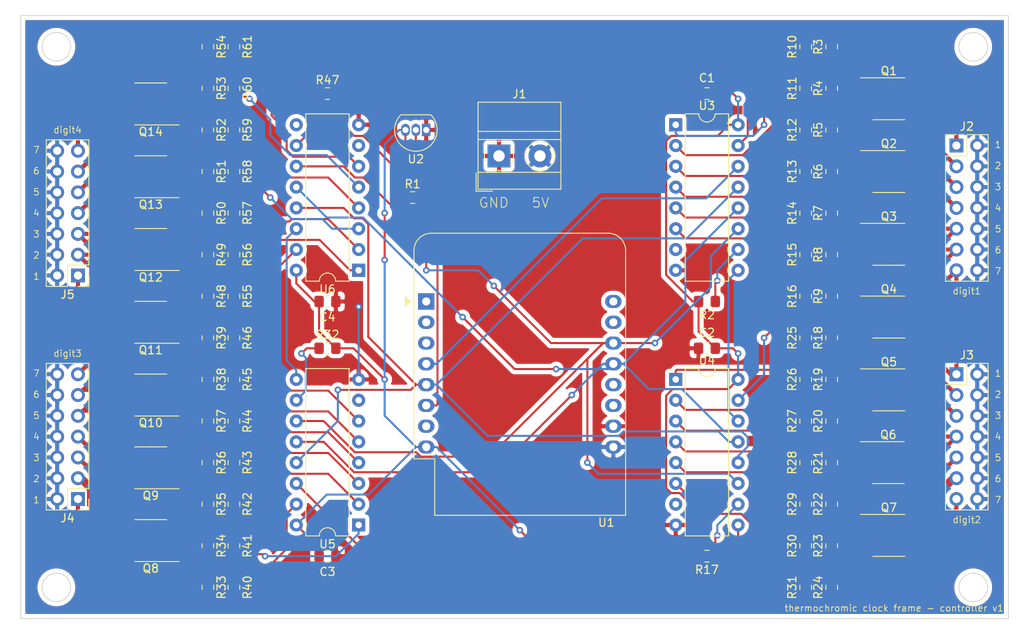
<source format=kicad_pcb>
(kicad_pcb (version 20171130) (host pcbnew "(5.1.5)-3")
  (title_block (rev 1))
  (layers (0 Front signal) (31 Back signal) (34 B.Paste user) (35 F.Paste user) (36 B.SilkS user) (37 F.SilkS user) (38 B.Mask user) (39 F.Mask user) (44 Edge.Cuts user))
  (net 0 "")
  (net 1 GND)
  (net 2 +3V3)
  (net 3 +5V)
  (net 4 "Net-(J2-Pad7)")
  (net 5 "Net-(J2-Pad5)")
  (net 6 "Net-(J2-Pad3)")
  (net 7 "Net-(J2-Pad1)")
  (net 8 "Net-(J3-Pad7)")
  (net 9 "Net-(J3-Pad5)")
  (net 10 "Net-(J3-Pad3)")
  (net 11 "Net-(J3-Pad1)")
  (net 12 "Net-(J4-Pad7)")
  (net 13 "Net-(J4-Pad5)")
  (net 14 "Net-(J4-Pad3)")
  (net 15 "Net-(J4-Pad1)")
  (net 16 "Net-(J5-Pad7)")
  (net 17 "Net-(J5-Pad5)")
  (net 18 "Net-(J5-Pad3)")
  (net 19 "Net-(J5-Pad1)")
  (net 20 "Net-(Q1-Pad4)")
  (net 21 "Net-(Q1-Pad2)")
  (net 22 "Net-(Q2-Pad4)")
  (net 23 "Net-(Q2-Pad2)")
  (net 24 "Net-(Q3-Pad4)")
  (net 25 "Net-(Q3-Pad2)")
  (net 26 "Net-(Q4-Pad4)")
  (net 27 "Net-(Q4-Pad2)")
  (net 28 "Net-(Q5-Pad4)")
  (net 29 "Net-(Q5-Pad2)")
  (net 30 "Net-(Q6-Pad4)")
  (net 31 "Net-(Q6-Pad2)")
  (net 32 "Net-(Q7-Pad4)")
  (net 33 "Net-(Q7-Pad2)")
  (net 34 "Net-(Q8-Pad4)")
  (net 35 "Net-(Q8-Pad2)")
  (net 36 "Net-(Q9-Pad4)")
  (net 37 "Net-(Q9-Pad2)")
  (net 38 "Net-(Q10-Pad4)")
  (net 39 "Net-(Q10-Pad2)")
  (net 40 "Net-(Q11-Pad4)")
  (net 41 "Net-(Q11-Pad2)")
  (net 42 "Net-(Q12-Pad4)")
  (net 43 "Net-(Q12-Pad2)")
  (net 44 "Net-(Q13-Pad4)")
  (net 45 "Net-(Q13-Pad2)")
  (net 46 "Net-(Q14-Pad4)")
  (net 47 "Net-(Q14-Pad2)")
  (net 48 "Net-(R1-Pad2)")
  (net 49 "Net-(R2-Pad1)")
  (net 50 "Net-(R17-Pad1)")
  (net 51 "Net-(R18-Pad2)")
  (net 52 "Net-(R19-Pad2)")
  (net 53 "Net-(R20-Pad2)")
  (net 54 "Net-(R21-Pad2)")
  (net 55 "Net-(R22-Pad2)")
  (net 56 "Net-(R23-Pad2)")
  (net 57 "Net-(R24-Pad2)")
  (net 58 "Net-(R32-Pad1)")
  (net 59 "Net-(R33-Pad2)")
  (net 60 "Net-(R34-Pad2)")
  (net 61 "Net-(R35-Pad2)")
  (net 62 "Net-(R36-Pad2)")
  (net 63 "Net-(R37-Pad2)")
  (net 64 "Net-(R38-Pad2)")
  (net 65 "Net-(R39-Pad2)")
  (net 66 "Net-(R47-Pad1)")
  (net 67 "Net-(R48-Pad2)")
  (net 68 "Net-(R49-Pad2)")
  (net 69 "Net-(R50-Pad2)")
  (net 70 "Net-(R51-Pad2)")
  (net 71 "Net-(R52-Pad2)")
  (net 72 "Net-(R53-Pad2)")
  (net 73 "Net-(R54-Pad2)")
  (net 74 "Net-(U1-Pad16)")
  (net 75 "Net-(U1-Pad15)")
  (net 76 SRCK)
  (net 77 RCK)
  (net 78 "Net-(U1-Pad12)")
  (net 79 "Net-(U1-Pad11)")
  (net 80 "Net-(U1-Pad7)")
  (net 81 ENABLE)
  (net 82 /digit1/SERIN)
  (net 83 "Net-(U1-Pad3)")
  (net 84 "Net-(U1-Pad1)")
  (net 85 "Net-(U1-Pad2)")
  (net 86 "Net-(U3-Pad7)")
  (net 87 /digit2/SERIN)
  (net 88 "Net-(U4-Pad7)")
  (net 89 /digit3/SERIN)
  (net 90 "Net-(U5-Pad7)")
  (net 91 /digit4/SERIN)
  (net 92 "Net-(U6-Pad7)")
  (net 93 /digit4/SEROUT)
  (net 94 "Net-(J2-Pad13)")
  (net 95 "Net-(J2-Pad11)")
  (net 96 "Net-(J2-Pad9)")
  (net 97 "Net-(J3-Pad13)")
  (net 98 "Net-(J3-Pad11)")
  (net 99 "Net-(J3-Pad9)")
  (net 100 "Net-(J4-Pad13)")
  (net 101 "Net-(J4-Pad11)")
  (net 102 "Net-(J4-Pad9)")
  (net 103 "Net-(J5-Pad13)")
  (net 104 "Net-(J5-Pad11)")
  (net 105 "Net-(J5-Pad9)")
  (net 106 "Net-(R10-Pad2)")
  (net 107 "Net-(R11-Pad2)")
  (net 108 "Net-(R12-Pad2)")
  (net 109 "Net-(R13-Pad2)")
  (net 110 "Net-(R14-Pad2)")
  (net 111 "Net-(R15-Pad2)")
  (net 112 "Net-(R16-Pad2)")
  (module Package_DIP:DIP-16_W7.62mm (layer Front) (at 123.825 78.74 180)
    (fp_text reference U6 (at 3.81 -2.33) (layer F.SilkS))
    (fp_text value 74HC595)
    (pad 1 thru_hole rect (at 0 0 180) (size 1.6 1.6) (drill 0.8) (layers *.Cu *.Mask) (net 68 "Net-(R49-Pad2)"))
    (pad 9 thru_hole oval (at 7.62 17.78 180) (size 1.6 1.6) (drill 0.8) (layers *.Cu *.Mask) (net 93 /digit4/SEROUT))
    (pad 2 thru_hole oval (at 0 2.54 180) (size 1.6 1.6) (drill 0.8) (layers *.Cu *.Mask) (net 69 "Net-(R50-Pad2)"))
    (pad 10 thru_hole oval (at 7.62 15.24 180) (size 1.6 1.6) (drill 0.8) (layers *.Cu *.Mask) (net 66 "Net-(R47-Pad1)"))
    (pad 3 thru_hole oval (at 0 5.08 180) (size 1.6 1.6) (drill 0.8) (layers *.Cu *.Mask) (net 70 "Net-(R51-Pad2)"))
    (pad 11 thru_hole oval (at 7.62 12.7 180) (size 1.6 1.6) (drill 0.8) (layers *.Cu *.Mask) (net 76 SRCK))
    (pad 4 thru_hole oval (at 0 7.62 180) (size 1.6 1.6) (drill 0.8) (layers *.Cu *.Mask) (net 71 "Net-(R52-Pad2)"))
    (pad 12 thru_hole oval (at 7.62 10.16 180) (size 1.6 1.6) (drill 0.8) (layers *.Cu *.Mask) (net 77 RCK))
    (pad 5 thru_hole oval (at 0 10.16 180) (size 1.6 1.6) (drill 0.8) (layers *.Cu *.Mask) (net 72 "Net-(R53-Pad2)"))
    (pad 13 thru_hole oval (at 7.62 7.62 180) (size 1.6 1.6) (drill 0.8) (layers *.Cu *.Mask) (net 81 ENABLE))
    (pad 6 thru_hole oval (at 0 12.7 180) (size 1.6 1.6) (drill 0.8) (layers *.Cu *.Mask) (net 73 "Net-(R54-Pad2)"))
    (pad 14 thru_hole oval (at 7.62 5.08 180) (size 1.6 1.6) (drill 0.8) (layers *.Cu *.Mask) (net 91 /digit4/SERIN))
    (pad 7 thru_hole oval (at 0 15.24 180) (size 1.6 1.6) (drill 0.8) (layers *.Cu *.Mask) (net 92 "Net-(U6-Pad7)"))
    (pad 15 thru_hole oval (at 7.62 2.54 180) (size 1.6 1.6) (drill 0.8) (layers *.Cu *.Mask) (net 67 "Net-(R48-Pad2)"))
    (pad 8 thru_hole oval (at 0 17.78 180) (size 1.6 1.6) (drill 0.8) (layers *.Cu *.Mask) (net 1 GND))
    (pad 16 thru_hole oval (at 7.62 0 180) (size 1.6 1.6) (drill 0.8) (layers *.Cu *.Mask) (net 2 +3V3))
  )
  (module Package_DIP:DIP-16_W7.62mm (layer Front) (at 123.825 109.855 180)
    (fp_text reference U5 (at 3.81 -2.33) (layer F.SilkS))
    (fp_text value 74HC595)
    (pad 16 thru_hole oval (at 7.62 0 180) (size 1.6 1.6) (drill 0.8) (layers *.Cu *.Mask) (net 2 +3V3))
    (pad 8 thru_hole oval (at 0 17.78 180) (size 1.6 1.6) (drill 0.8) (layers *.Cu *.Mask) (net 1 GND))
    (pad 15 thru_hole oval (at 7.62 2.54 180) (size 1.6 1.6) (drill 0.8) (layers *.Cu *.Mask) (net 59 "Net-(R33-Pad2)"))
    (pad 7 thru_hole oval (at 0 15.24 180) (size 1.6 1.6) (drill 0.8) (layers *.Cu *.Mask) (net 90 "Net-(U5-Pad7)"))
    (pad 14 thru_hole oval (at 7.62 5.08 180) (size 1.6 1.6) (drill 0.8) (layers *.Cu *.Mask) (net 89 /digit3/SERIN))
    (pad 6 thru_hole oval (at 0 12.7 180) (size 1.6 1.6) (drill 0.8) (layers *.Cu *.Mask) (net 65 "Net-(R39-Pad2)"))
    (pad 13 thru_hole oval (at 7.62 7.62 180) (size 1.6 1.6) (drill 0.8) (layers *.Cu *.Mask) (net 81 ENABLE))
    (pad 5 thru_hole oval (at 0 10.16 180) (size 1.6 1.6) (drill 0.8) (layers *.Cu *.Mask) (net 64 "Net-(R38-Pad2)"))
    (pad 12 thru_hole oval (at 7.62 10.16 180) (size 1.6 1.6) (drill 0.8) (layers *.Cu *.Mask) (net 77 RCK))
    (pad 4 thru_hole oval (at 0 7.62 180) (size 1.6 1.6) (drill 0.8) (layers *.Cu *.Mask) (net 63 "Net-(R37-Pad2)"))
    (pad 11 thru_hole oval (at 7.62 12.7 180) (size 1.6 1.6) (drill 0.8) (layers *.Cu *.Mask) (net 76 SRCK))
    (pad 3 thru_hole oval (at 0 5.08 180) (size 1.6 1.6) (drill 0.8) (layers *.Cu *.Mask) (net 62 "Net-(R36-Pad2)"))
    (pad 10 thru_hole oval (at 7.62 15.24 180) (size 1.6 1.6) (drill 0.8) (layers *.Cu *.Mask) (net 58 "Net-(R32-Pad1)"))
    (pad 2 thru_hole oval (at 0 2.54 180) (size 1.6 1.6) (drill 0.8) (layers *.Cu *.Mask) (net 61 "Net-(R35-Pad2)"))
    (pad 9 thru_hole oval (at 7.62 17.78 180) (size 1.6 1.6) (drill 0.8) (layers *.Cu *.Mask) (net 91 /digit4/SERIN))
    (pad 1 thru_hole rect (at 0 0 180) (size 1.6 1.6) (drill 0.8) (layers *.Cu *.Mask) (net 60 "Net-(R34-Pad2)"))
  )
  (module Package_DIP:DIP-16_W7.62mm (layer Front) (at 162.56 92.075)
    (fp_text reference U4 (at 3.81 -2.33) (layer F.SilkS))
    (fp_text value 74HC595)
    (pad 16 thru_hole oval (at 7.62 0) (size 1.6 1.6) (drill 0.8) (layers *.Cu *.Mask) (net 2 +3V3))
    (pad 8 thru_hole oval (at 0 17.78) (size 1.6 1.6) (drill 0.8) (layers *.Cu *.Mask) (net 1 GND))
    (pad 15 thru_hole oval (at 7.62 2.54) (size 1.6 1.6) (drill 0.8) (layers *.Cu *.Mask) (net 51 "Net-(R18-Pad2)"))
    (pad 7 thru_hole oval (at 0 15.24) (size 1.6 1.6) (drill 0.8) (layers *.Cu *.Mask) (net 88 "Net-(U4-Pad7)"))
    (pad 14 thru_hole oval (at 7.62 5.08) (size 1.6 1.6) (drill 0.8) (layers *.Cu *.Mask) (net 87 /digit2/SERIN))
    (pad 6 thru_hole oval (at 0 12.7) (size 1.6 1.6) (drill 0.8) (layers *.Cu *.Mask) (net 57 "Net-(R24-Pad2)"))
    (pad 13 thru_hole oval (at 7.62 7.62) (size 1.6 1.6) (drill 0.8) (layers *.Cu *.Mask) (net 81 ENABLE))
    (pad 5 thru_hole oval (at 0 10.16) (size 1.6 1.6) (drill 0.8) (layers *.Cu *.Mask) (net 56 "Net-(R23-Pad2)"))
    (pad 12 thru_hole oval (at 7.62 10.16) (size 1.6 1.6) (drill 0.8) (layers *.Cu *.Mask) (net 77 RCK))
    (pad 4 thru_hole oval (at 0 7.62) (size 1.6 1.6) (drill 0.8) (layers *.Cu *.Mask) (net 55 "Net-(R22-Pad2)"))
    (pad 11 thru_hole oval (at 7.62 12.7) (size 1.6 1.6) (drill 0.8) (layers *.Cu *.Mask) (net 76 SRCK))
    (pad 3 thru_hole oval (at 0 5.08) (size 1.6 1.6) (drill 0.8) (layers *.Cu *.Mask) (net 54 "Net-(R21-Pad2)"))
    (pad 10 thru_hole oval (at 7.62 15.24) (size 1.6 1.6) (drill 0.8) (layers *.Cu *.Mask) (net 50 "Net-(R17-Pad1)"))
    (pad 2 thru_hole oval (at 0 2.54) (size 1.6 1.6) (drill 0.8) (layers *.Cu *.Mask) (net 53 "Net-(R20-Pad2)"))
    (pad 9 thru_hole oval (at 7.62 17.78) (size 1.6 1.6) (drill 0.8) (layers *.Cu *.Mask) (net 89 /digit3/SERIN))
    (pad 1 thru_hole rect (at 0 0) (size 1.6 1.6) (drill 0.8) (layers *.Cu *.Mask) (net 52 "Net-(R19-Pad2)"))
  )
  (module Package_DIP:DIP-16_W7.62mm (layer Front) (at 162.56 60.96)
    (fp_text reference U3 (at 3.81 -2.33) (layer F.SilkS))
    (fp_text value 74HC595)
    (pad 16 thru_hole oval (at 7.62 0) (size 1.6 1.6) (drill 0.8) (layers *.Cu *.Mask) (net 2 +3V3))
    (pad 8 thru_hole oval (at 0 17.78) (size 1.6 1.6) (drill 0.8) (layers *.Cu *.Mask) (net 1 GND))
    (pad 15 thru_hole oval (at 7.62 2.54) (size 1.6 1.6) (drill 0.8) (layers *.Cu *.Mask) (net 106 "Net-(R10-Pad2)"))
    (pad 7 thru_hole oval (at 0 15.24) (size 1.6 1.6) (drill 0.8) (layers *.Cu *.Mask) (net 86 "Net-(U3-Pad7)"))
    (pad 14 thru_hole oval (at 7.62 5.08) (size 1.6 1.6) (drill 0.8) (layers *.Cu *.Mask) (net 82 /digit1/SERIN))
    (pad 6 thru_hole oval (at 0 12.7) (size 1.6 1.6) (drill 0.8) (layers *.Cu *.Mask) (net 112 "Net-(R16-Pad2)"))
    (pad 13 thru_hole oval (at 7.62 7.62) (size 1.6 1.6) (drill 0.8) (layers *.Cu *.Mask) (net 81 ENABLE))
    (pad 5 thru_hole oval (at 0 10.16) (size 1.6 1.6) (drill 0.8) (layers *.Cu *.Mask) (net 111 "Net-(R15-Pad2)"))
    (pad 12 thru_hole oval (at 7.62 10.16) (size 1.6 1.6) (drill 0.8) (layers *.Cu *.Mask) (net 77 RCK))
    (pad 4 thru_hole oval (at 0 7.62) (size 1.6 1.6) (drill 0.8) (layers *.Cu *.Mask) (net 110 "Net-(R14-Pad2)"))
    (pad 11 thru_hole oval (at 7.62 12.7) (size 1.6 1.6) (drill 0.8) (layers *.Cu *.Mask) (net 76 SRCK))
    (pad 3 thru_hole oval (at 0 5.08) (size 1.6 1.6) (drill 0.8) (layers *.Cu *.Mask) (net 109 "Net-(R13-Pad2)"))
    (pad 10 thru_hole oval (at 7.62 15.24) (size 1.6 1.6) (drill 0.8) (layers *.Cu *.Mask) (net 49 "Net-(R2-Pad1)"))
    (pad 2 thru_hole oval (at 0 2.54) (size 1.6 1.6) (drill 0.8) (layers *.Cu *.Mask) (net 108 "Net-(R12-Pad2)"))
    (pad 9 thru_hole oval (at 7.62 17.78) (size 1.6 1.6) (drill 0.8) (layers *.Cu *.Mask) (net 87 /digit2/SERIN))
    (pad 1 thru_hole rect (at 0 0) (size 1.6 1.6) (drill 0.8) (layers *.Cu *.Mask) (net 107 "Net-(R11-Pad2)"))
  )
  (module Package_TO_SOT_THT:TO-92_Inline (layer Front) (at 132.08 61.595 180)
    (fp_text reference U2 (at 1.27 -3.56) (layer F.SilkS))
    (fp_text value DS18B20)
    (pad 1 thru_hole rect (at 0 0 180) (size 1.05 1.5) (drill 0.75) (layers *.Cu *.Mask) (net 1 GND))
    (pad 3 thru_hole oval (at 2.54 0 180) (size 1.05 1.5) (drill 0.75) (layers *.Cu *.Mask) (net 2 +3V3))
    (pad 2 thru_hole oval (at 1.27 0 180) (size 1.05 1.5) (drill 0.75) (layers *.Cu *.Mask) (net 48 "Net-(R1-Pad2)"))
  )
  (module Module:WEMOS_D1_mini_light (layer Front) (at 132.08 82.55)
    (fp_text reference U1 (at 22 27) (layer F.SilkS))
    (fp_text value WeMos_D1_mini)
    (pad 16 thru_hole oval (at 22.86 0) (size 2 1.6) (drill 1) (layers *.Cu *.Mask) (net 74 "Net-(U1-Pad16)"))
    (pad 15 thru_hole oval (at 22.86 2.54) (size 2 1.6) (drill 1) (layers *.Cu *.Mask) (net 75 "Net-(U1-Pad15)"))
    (pad 14 thru_hole oval (at 22.86 5.08) (size 2 1.6) (drill 1) (layers *.Cu *.Mask) (net 76 SRCK))
    (pad 13 thru_hole oval (at 22.86 7.62) (size 2 1.6) (drill 1) (layers *.Cu *.Mask) (net 77 RCK))
    (pad 12 thru_hole oval (at 22.86 10.16) (size 2 1.6) (drill 1) (layers *.Cu *.Mask) (net 78 "Net-(U1-Pad12)"))
    (pad 11 thru_hole oval (at 22.86 12.7) (size 2 1.6) (drill 1) (layers *.Cu *.Mask) (net 79 "Net-(U1-Pad11)"))
    (pad 10 thru_hole oval (at 22.86 15.24) (size 2 1.6) (drill 1) (layers *.Cu *.Mask) (net 1 GND))
    (pad 9 thru_hole oval (at 22.86 17.78) (size 2 1.6) (drill 1) (layers *.Cu *.Mask) (net 3 +5V))
    (pad 8 thru_hole oval (at 0 17.78) (size 2 1.6) (drill 1) (layers *.Cu *.Mask) (net 2 +3V3))
    (pad 7 thru_hole oval (at 0 15.24) (size 2 1.6) (drill 1) (layers *.Cu *.Mask) (net 80 "Net-(U1-Pad7)"))
    (pad 6 thru_hole oval (at 0 12.7) (size 2 1.6) (drill 1) (layers *.Cu *.Mask) (net 48 "Net-(R1-Pad2)"))
    (pad 5 thru_hole oval (at 0 10.16) (size 2 1.6) (drill 1) (layers *.Cu *.Mask) (net 81 ENABLE))
    (pad 4 thru_hole oval (at 0 7.62) (size 2 1.6) (drill 1) (layers *.Cu *.Mask) (net 82 /digit1/SERIN))
    (pad 3 thru_hole oval (at 0 5.08) (size 2 1.6) (drill 1) (layers *.Cu *.Mask) (net 83 "Net-(U1-Pad3)"))
    (pad 1 thru_hole rect (at 0 0) (size 2 2) (drill 1) (layers *.Cu *.Mask) (net 84 "Net-(U1-Pad1)"))
    (pad 2 thru_hole oval (at 0 2.54) (size 2 1.6) (drill 1) (layers *.Cu *.Mask) (net 85 "Net-(U1-Pad2)"))
  )
  (module Resistor_SMD:R_0805_2012Metric_Pad1.15x1.40mm_HandSolder (layer Front) (at 108.585 51.435 270)
    (fp_text reference R61 (at 0 -1.65 90) (layer F.SilkS))
    (fp_text value 10k)
    (pad 2 smd roundrect (at 1.025 0 270) (size 1.15 1.4) (layers Front F.Paste F.Mask) (roundrect_rratio 0.217391) (net 73 "Net-(R54-Pad2)"))
    (pad 1 smd roundrect (at -1.025 0 270) (size 1.15 1.4) (layers Front F.Paste F.Mask) (roundrect_rratio 0.217391) (net 1 GND))
  )
  (module Resistor_SMD:R_0805_2012Metric_Pad1.15x1.40mm_HandSolder (layer Front) (at 108.585 56.515 270)
    (fp_text reference R60 (at 0 -1.65 90) (layer F.SilkS))
    (fp_text value 10k)
    (pad 2 smd roundrect (at 1.025 0 270) (size 1.15 1.4) (layers Front F.Paste F.Mask) (roundrect_rratio 0.217391) (net 72 "Net-(R53-Pad2)"))
    (pad 1 smd roundrect (at -1.025 0 270) (size 1.15 1.4) (layers Front F.Paste F.Mask) (roundrect_rratio 0.217391) (net 1 GND))
  )
  (module Resistor_SMD:R_0805_2012Metric_Pad1.15x1.40mm_HandSolder (layer Front) (at 108.585 61.595 270)
    (fp_text reference R59 (at 0 -1.65 90) (layer F.SilkS))
    (fp_text value 10k)
    (pad 2 smd roundrect (at 1.025 0 270) (size 1.15 1.4) (layers Front F.Paste F.Mask) (roundrect_rratio 0.217391) (net 71 "Net-(R52-Pad2)"))
    (pad 1 smd roundrect (at -1.025 0 270) (size 1.15 1.4) (layers Front F.Paste F.Mask) (roundrect_rratio 0.217391) (net 1 GND))
  )
  (module Resistor_SMD:R_0805_2012Metric_Pad1.15x1.40mm_HandSolder (layer Front) (at 108.585 66.675 270)
    (fp_text reference R58 (at 0 -1.65 90) (layer F.SilkS))
    (fp_text value 10k)
    (pad 2 smd roundrect (at 1.025 0 270) (size 1.15 1.4) (layers Front F.Paste F.Mask) (roundrect_rratio 0.217391) (net 70 "Net-(R51-Pad2)"))
    (pad 1 smd roundrect (at -1.025 0 270) (size 1.15 1.4) (layers Front F.Paste F.Mask) (roundrect_rratio 0.217391) (net 1 GND))
  )
  (module Resistor_SMD:R_0805_2012Metric_Pad1.15x1.40mm_HandSolder (layer Front) (at 108.585 71.755 270)
    (fp_text reference R57 (at 0 -1.65 90) (layer F.SilkS))
    (fp_text value 10k)
    (pad 2 smd roundrect (at 1.025 0 270) (size 1.15 1.4) (layers Front F.Paste F.Mask) (roundrect_rratio 0.217391) (net 69 "Net-(R50-Pad2)"))
    (pad 1 smd roundrect (at -1.025 0 270) (size 1.15 1.4) (layers Front F.Paste F.Mask) (roundrect_rratio 0.217391) (net 1 GND))
  )
  (module Resistor_SMD:R_0805_2012Metric_Pad1.15x1.40mm_HandSolder (layer Front) (at 108.585 76.835 270)
    (fp_text reference R56 (at 0 -1.65 90) (layer F.SilkS))
    (fp_text value 10k)
    (pad 2 smd roundrect (at 1.025 0 270) (size 1.15 1.4) (layers Front F.Paste F.Mask) (roundrect_rratio 0.217391) (net 68 "Net-(R49-Pad2)"))
    (pad 1 smd roundrect (at -1.025 0 270) (size 1.15 1.4) (layers Front F.Paste F.Mask) (roundrect_rratio 0.217391) (net 1 GND))
  )
  (module Resistor_SMD:R_0805_2012Metric_Pad1.15x1.40mm_HandSolder (layer Front) (at 108.585 81.915 270)
    (fp_text reference R55 (at 0 -1.65 90) (layer F.SilkS))
    (fp_text value 10k)
    (pad 2 smd roundrect (at 1.025 0 270) (size 1.15 1.4) (layers Front F.Paste F.Mask) (roundrect_rratio 0.217391) (net 67 "Net-(R48-Pad2)"))
    (pad 1 smd roundrect (at -1.025 0 270) (size 1.15 1.4) (layers Front F.Paste F.Mask) (roundrect_rratio 0.217391) (net 1 GND))
  )
  (module Resistor_SMD:R_0805_2012Metric_Pad1.15x1.40mm_HandSolder (layer Front) (at 105.41 51.435 270)
    (fp_text reference R54 (at 0 -1.65 90) (layer F.SilkS))
    (fp_text value 180R)
    (pad 2 smd roundrect (at 1.025 0 270) (size 1.15 1.4) (layers Front F.Paste F.Mask) (roundrect_rratio 0.217391) (net 73 "Net-(R54-Pad2)"))
    (pad 1 smd roundrect (at -1.025 0 270) (size 1.15 1.4) (layers Front F.Paste F.Mask) (roundrect_rratio 0.217391) (net 46 "Net-(Q14-Pad4)"))
  )
  (module Resistor_SMD:R_0805_2012Metric_Pad1.15x1.40mm_HandSolder (layer Front) (at 105.41 56.515 270)
    (fp_text reference R53 (at 0 -1.65 90) (layer F.SilkS))
    (fp_text value 180R)
    (pad 2 smd roundrect (at 1.025 0 270) (size 1.15 1.4) (layers Front F.Paste F.Mask) (roundrect_rratio 0.217391) (net 72 "Net-(R53-Pad2)"))
    (pad 1 smd roundrect (at -1.025 0 270) (size 1.15 1.4) (layers Front F.Paste F.Mask) (roundrect_rratio 0.217391) (net 47 "Net-(Q14-Pad2)"))
  )
  (module Resistor_SMD:R_0805_2012Metric_Pad1.15x1.40mm_HandSolder (layer Front) (at 105.41 61.595 270)
    (fp_text reference R52 (at 0 -1.65 90) (layer F.SilkS))
    (fp_text value 180R)
    (pad 2 smd roundrect (at 1.025 0 270) (size 1.15 1.4) (layers Front F.Paste F.Mask) (roundrect_rratio 0.217391) (net 71 "Net-(R52-Pad2)"))
    (pad 1 smd roundrect (at -1.025 0 270) (size 1.15 1.4) (layers Front F.Paste F.Mask) (roundrect_rratio 0.217391) (net 44 "Net-(Q13-Pad4)"))
  )
  (module Resistor_SMD:R_0805_2012Metric_Pad1.15x1.40mm_HandSolder (layer Front) (at 105.41 66.675 270)
    (fp_text reference R51 (at 0 -1.65 90) (layer F.SilkS))
    (fp_text value 180R)
    (pad 2 smd roundrect (at 1.025 0 270) (size 1.15 1.4) (layers Front F.Paste F.Mask) (roundrect_rratio 0.217391) (net 70 "Net-(R51-Pad2)"))
    (pad 1 smd roundrect (at -1.025 0 270) (size 1.15 1.4) (layers Front F.Paste F.Mask) (roundrect_rratio 0.217391) (net 45 "Net-(Q13-Pad2)"))
  )
  (module Resistor_SMD:R_0805_2012Metric_Pad1.15x1.40mm_HandSolder (layer Front) (at 105.41 71.755 270)
    (fp_text reference R50 (at 0 -1.65 90) (layer F.SilkS))
    (fp_text value 180R)
    (pad 2 smd roundrect (at 1.025 0 270) (size 1.15 1.4) (layers Front F.Paste F.Mask) (roundrect_rratio 0.217391) (net 69 "Net-(R50-Pad2)"))
    (pad 1 smd roundrect (at -1.025 0 270) (size 1.15 1.4) (layers Front F.Paste F.Mask) (roundrect_rratio 0.217391) (net 42 "Net-(Q12-Pad4)"))
  )
  (module Resistor_SMD:R_0805_2012Metric_Pad1.15x1.40mm_HandSolder (layer Front) (at 105.41 76.835 270)
    (fp_text reference R49 (at 0 -1.65 90) (layer F.SilkS))
    (fp_text value 180R)
    (pad 2 smd roundrect (at 1.025 0 270) (size 1.15 1.4) (layers Front F.Paste F.Mask) (roundrect_rratio 0.217391) (net 68 "Net-(R49-Pad2)"))
    (pad 1 smd roundrect (at -1.025 0 270) (size 1.15 1.4) (layers Front F.Paste F.Mask) (roundrect_rratio 0.217391) (net 43 "Net-(Q12-Pad2)"))
  )
  (module Resistor_SMD:R_0805_2012Metric_Pad1.15x1.40mm_HandSolder (layer Front) (at 105.41 81.915 270)
    (fp_text reference R48 (at 0 -1.65 90) (layer F.SilkS))
    (fp_text value 180R)
    (pad 2 smd roundrect (at 1.025 0 270) (size 1.15 1.4) (layers Front F.Paste F.Mask) (roundrect_rratio 0.217391) (net 67 "Net-(R48-Pad2)"))
    (pad 1 smd roundrect (at -1.025 0 270) (size 1.15 1.4) (layers Front F.Paste F.Mask) (roundrect_rratio 0.217391) (net 40 "Net-(Q11-Pad4)"))
  )
  (module Resistor_SMD:R_0805_2012Metric_Pad1.15x1.40mm_HandSolder (layer Front) (at 120.015 57.15)
    (fp_text reference R47 (at 0 -1.65) (layer F.SilkS))
    (fp_text value 10K)
    (pad 2 smd roundrect (at 1.025 0) (size 1.15 1.4) (layers Front F.Paste F.Mask) (roundrect_rratio 0.217391) (net 2 +3V3))
    (pad 1 smd roundrect (at -1.025 0) (size 1.15 1.4) (layers Front F.Paste F.Mask) (roundrect_rratio 0.217391) (net 66 "Net-(R47-Pad1)"))
  )
  (module Resistor_SMD:R_0805_2012Metric_Pad1.15x1.40mm_HandSolder (layer Front) (at 108.585 86.995 270)
    (fp_text reference R46 (at 0 -1.65 90) (layer F.SilkS))
    (fp_text value 10k)
    (pad 2 smd roundrect (at 1.025 0 270) (size 1.15 1.4) (layers Front F.Paste F.Mask) (roundrect_rratio 0.217391) (net 65 "Net-(R39-Pad2)"))
    (pad 1 smd roundrect (at -1.025 0 270) (size 1.15 1.4) (layers Front F.Paste F.Mask) (roundrect_rratio 0.217391) (net 1 GND))
  )
  (module Resistor_SMD:R_0805_2012Metric_Pad1.15x1.40mm_HandSolder (layer Front) (at 108.585 92.075 270)
    (fp_text reference R45 (at 0 -1.65 90) (layer F.SilkS))
    (fp_text value 10k)
    (pad 2 smd roundrect (at 1.025 0 270) (size 1.15 1.4) (layers Front F.Paste F.Mask) (roundrect_rratio 0.217391) (net 64 "Net-(R38-Pad2)"))
    (pad 1 smd roundrect (at -1.025 0 270) (size 1.15 1.4) (layers Front F.Paste F.Mask) (roundrect_rratio 0.217391) (net 1 GND))
  )
  (module Resistor_SMD:R_0805_2012Metric_Pad1.15x1.40mm_HandSolder (layer Front) (at 108.585 97.155 270)
    (fp_text reference R44 (at 0 -1.65 90) (layer F.SilkS))
    (fp_text value 10k)
    (pad 2 smd roundrect (at 1.025 0 270) (size 1.15 1.4) (layers Front F.Paste F.Mask) (roundrect_rratio 0.217391) (net 63 "Net-(R37-Pad2)"))
    (pad 1 smd roundrect (at -1.025 0 270) (size 1.15 1.4) (layers Front F.Paste F.Mask) (roundrect_rratio 0.217391) (net 1 GND))
  )
  (module Resistor_SMD:R_0805_2012Metric_Pad1.15x1.40mm_HandSolder (layer Front) (at 108.585 102.235 270)
    (fp_text reference R43 (at 0 -1.65 90) (layer F.SilkS))
    (fp_text value 10k)
    (pad 2 smd roundrect (at 1.025 0 270) (size 1.15 1.4) (layers Front F.Paste F.Mask) (roundrect_rratio 0.217391) (net 62 "Net-(R36-Pad2)"))
    (pad 1 smd roundrect (at -1.025 0 270) (size 1.15 1.4) (layers Front F.Paste F.Mask) (roundrect_rratio 0.217391) (net 1 GND))
  )
  (module Resistor_SMD:R_0805_2012Metric_Pad1.15x1.40mm_HandSolder (layer Front) (at 108.585 107.315 270)
    (fp_text reference R42 (at 0 -1.65 90) (layer F.SilkS))
    (fp_text value 10k)
    (pad 2 smd roundrect (at 1.025 0 270) (size 1.15 1.4) (layers Front F.Paste F.Mask) (roundrect_rratio 0.217391) (net 61 "Net-(R35-Pad2)"))
    (pad 1 smd roundrect (at -1.025 0 270) (size 1.15 1.4) (layers Front F.Paste F.Mask) (roundrect_rratio 0.217391) (net 1 GND))
  )
  (module Resistor_SMD:R_0805_2012Metric_Pad1.15x1.40mm_HandSolder (layer Front) (at 108.585 112.395 270)
    (fp_text reference R41 (at 0 -1.65 90) (layer F.SilkS))
    (fp_text value 10k)
    (pad 2 smd roundrect (at 1.025 0 270) (size 1.15 1.4) (layers Front F.Paste F.Mask) (roundrect_rratio 0.217391) (net 60 "Net-(R34-Pad2)"))
    (pad 1 smd roundrect (at -1.025 0 270) (size 1.15 1.4) (layers Front F.Paste F.Mask) (roundrect_rratio 0.217391) (net 1 GND))
  )
  (module Resistor_SMD:R_0805_2012Metric_Pad1.15x1.40mm_HandSolder (layer Front) (at 108.585 117.475 270)
    (fp_text reference R40 (at 0 -1.65 90) (layer F.SilkS))
    (fp_text value 10k)
    (pad 2 smd roundrect (at 1.025 0 270) (size 1.15 1.4) (layers Front F.Paste F.Mask) (roundrect_rratio 0.217391) (net 59 "Net-(R33-Pad2)"))
    (pad 1 smd roundrect (at -1.025 0 270) (size 1.15 1.4) (layers Front F.Paste F.Mask) (roundrect_rratio 0.217391) (net 1 GND))
  )
  (module Resistor_SMD:R_0805_2012Metric_Pad1.15x1.40mm_HandSolder (layer Front) (at 105.41 86.995 270)
    (fp_text reference R39 (at 0 -1.65 90) (layer F.SilkS))
    (fp_text value 180R)
    (pad 2 smd roundrect (at 1.025 0 270) (size 1.15 1.4) (layers Front F.Paste F.Mask) (roundrect_rratio 0.217391) (net 65 "Net-(R39-Pad2)"))
    (pad 1 smd roundrect (at -1.025 0 270) (size 1.15 1.4) (layers Front F.Paste F.Mask) (roundrect_rratio 0.217391) (net 41 "Net-(Q11-Pad2)"))
  )
  (module Resistor_SMD:R_0805_2012Metric_Pad1.15x1.40mm_HandSolder (layer Front) (at 105.41 92.075 270)
    (fp_text reference R38 (at 0 -1.65 90) (layer F.SilkS))
    (fp_text value 180R)
    (pad 2 smd roundrect (at 1.025 0 270) (size 1.15 1.4) (layers Front F.Paste F.Mask) (roundrect_rratio 0.217391) (net 64 "Net-(R38-Pad2)"))
    (pad 1 smd roundrect (at -1.025 0 270) (size 1.15 1.4) (layers Front F.Paste F.Mask) (roundrect_rratio 0.217391) (net 38 "Net-(Q10-Pad4)"))
  )
  (module Resistor_SMD:R_0805_2012Metric_Pad1.15x1.40mm_HandSolder (layer Front) (at 105.41 97.155 270)
    (fp_text reference R37 (at 0 -1.65 90) (layer F.SilkS))
    (fp_text value 180R)
    (pad 2 smd roundrect (at 1.025 0 270) (size 1.15 1.4) (layers Front F.Paste F.Mask) (roundrect_rratio 0.217391) (net 63 "Net-(R37-Pad2)"))
    (pad 1 smd roundrect (at -1.025 0 270) (size 1.15 1.4) (layers Front F.Paste F.Mask) (roundrect_rratio 0.217391) (net 39 "Net-(Q10-Pad2)"))
  )
  (module Resistor_SMD:R_0805_2012Metric_Pad1.15x1.40mm_HandSolder (layer Front) (at 105.41 102.235 270)
    (fp_text reference R36 (at 0 -1.65 90) (layer F.SilkS))
    (fp_text value 180R)
    (pad 2 smd roundrect (at 1.025 0 270) (size 1.15 1.4) (layers Front F.Paste F.Mask) (roundrect_rratio 0.217391) (net 62 "Net-(R36-Pad2)"))
    (pad 1 smd roundrect (at -1.025 0 270) (size 1.15 1.4) (layers Front F.Paste F.Mask) (roundrect_rratio 0.217391) (net 36 "Net-(Q9-Pad4)"))
  )
  (module Resistor_SMD:R_0805_2012Metric_Pad1.15x1.40mm_HandSolder (layer Front) (at 105.41 107.315 270)
    (fp_text reference R35 (at 0 -1.65 90) (layer F.SilkS))
    (fp_text value 180R)
    (pad 2 smd roundrect (at 1.025 0 270) (size 1.15 1.4) (layers Front F.Paste F.Mask) (roundrect_rratio 0.217391) (net 61 "Net-(R35-Pad2)"))
    (pad 1 smd roundrect (at -1.025 0 270) (size 1.15 1.4) (layers Front F.Paste F.Mask) (roundrect_rratio 0.217391) (net 37 "Net-(Q9-Pad2)"))
  )
  (module Resistor_SMD:R_0805_2012Metric_Pad1.15x1.40mm_HandSolder (layer Front) (at 105.41 112.395 270)
    (fp_text reference R34 (at 0 -1.65 90) (layer F.SilkS))
    (fp_text value 180R)
    (pad 2 smd roundrect (at 1.025 0 270) (size 1.15 1.4) (layers Front F.Paste F.Mask) (roundrect_rratio 0.217391) (net 60 "Net-(R34-Pad2)"))
    (pad 1 smd roundrect (at -1.025 0 270) (size 1.15 1.4) (layers Front F.Paste F.Mask) (roundrect_rratio 0.217391) (net 34 "Net-(Q8-Pad4)"))
  )
  (module Resistor_SMD:R_0805_2012Metric_Pad1.15x1.40mm_HandSolder (layer Front) (at 105.41 117.475 270)
    (fp_text reference R33 (at 0 -1.65 90) (layer F.SilkS))
    (fp_text value 180R)
    (pad 2 smd roundrect (at 1.025 0 270) (size 1.15 1.4) (layers Front F.Paste F.Mask) (roundrect_rratio 0.217391) (net 59 "Net-(R33-Pad2)"))
    (pad 1 smd roundrect (at -1.025 0 270) (size 1.15 1.4) (layers Front F.Paste F.Mask) (roundrect_rratio 0.217391) (net 35 "Net-(Q8-Pad2)"))
  )
  (module Resistor_SMD:R_0805_2012Metric_Pad1.15x1.40mm_HandSolder (layer Front) (at 120.015 88.265)
    (fp_text reference R32 (at 0 -1.65) (layer F.SilkS))
    (fp_text value 10K)
    (pad 2 smd roundrect (at 1.025 0) (size 1.15 1.4) (layers Front F.Paste F.Mask) (roundrect_rratio 0.217391) (net 2 +3V3))
    (pad 1 smd roundrect (at -1.025 0) (size 1.15 1.4) (layers Front F.Paste F.Mask) (roundrect_rratio 0.217391) (net 58 "Net-(R32-Pad1)"))
  )
  (module Resistor_SMD:R_0805_2012Metric_Pad1.15x1.40mm_HandSolder (layer Front) (at 178.435 117.475 90)
    (fp_text reference R31 (at 0 -1.65 90) (layer F.SilkS))
    (fp_text value 10k)
    (pad 2 smd roundrect (at 1.025 0 90) (size 1.15 1.4) (layers Front F.Paste F.Mask) (roundrect_rratio 0.217391) (net 57 "Net-(R24-Pad2)"))
    (pad 1 smd roundrect (at -1.025 0 90) (size 1.15 1.4) (layers Front F.Paste F.Mask) (roundrect_rratio 0.217391) (net 1 GND))
  )
  (module Resistor_SMD:R_0805_2012Metric_Pad1.15x1.40mm_HandSolder (layer Front) (at 178.435 112.395 90)
    (fp_text reference R30 (at 0 -1.65 90) (layer F.SilkS))
    (fp_text value 10k)
    (pad 2 smd roundrect (at 1.025 0 90) (size 1.15 1.4) (layers Front F.Paste F.Mask) (roundrect_rratio 0.217391) (net 56 "Net-(R23-Pad2)"))
    (pad 1 smd roundrect (at -1.025 0 90) (size 1.15 1.4) (layers Front F.Paste F.Mask) (roundrect_rratio 0.217391) (net 1 GND))
  )
  (module Resistor_SMD:R_0805_2012Metric_Pad1.15x1.40mm_HandSolder (layer Front) (at 178.435 107.315 90)
    (fp_text reference R29 (at 0 -1.65 90) (layer F.SilkS))
    (fp_text value 10k)
    (pad 2 smd roundrect (at 1.025 0 90) (size 1.15 1.4) (layers Front F.Paste F.Mask) (roundrect_rratio 0.217391) (net 55 "Net-(R22-Pad2)"))
    (pad 1 smd roundrect (at -1.025 0 90) (size 1.15 1.4) (layers Front F.Paste F.Mask) (roundrect_rratio 0.217391) (net 1 GND))
  )
  (module Resistor_SMD:R_0805_2012Metric_Pad1.15x1.40mm_HandSolder (layer Front) (at 178.435 102.235 90)
    (fp_text reference R28 (at 0 -1.65 90) (layer F.SilkS))
    (fp_text value 10k)
    (pad 2 smd roundrect (at 1.025 0 90) (size 1.15 1.4) (layers Front F.Paste F.Mask) (roundrect_rratio 0.217391) (net 54 "Net-(R21-Pad2)"))
    (pad 1 smd roundrect (at -1.025 0 90) (size 1.15 1.4) (layers Front F.Paste F.Mask) (roundrect_rratio 0.217391) (net 1 GND))
  )
  (module Resistor_SMD:R_0805_2012Metric_Pad1.15x1.40mm_HandSolder (layer Front) (at 178.435 97.155 90)
    (fp_text reference R27 (at 0 -1.65 90) (layer F.SilkS))
    (fp_text value 10k)
    (pad 2 smd roundrect (at 1.025 0 90) (size 1.15 1.4) (layers Front F.Paste F.Mask) (roundrect_rratio 0.217391) (net 53 "Net-(R20-Pad2)"))
    (pad 1 smd roundrect (at -1.025 0 90) (size 1.15 1.4) (layers Front F.Paste F.Mask) (roundrect_rratio 0.217391) (net 1 GND))
  )
  (module Resistor_SMD:R_0805_2012Metric_Pad1.15x1.40mm_HandSolder (layer Front) (at 178.435 92.075 90)
    (fp_text reference R26 (at 0 -1.65 90) (layer F.SilkS))
    (fp_text value 10k)
    (pad 2 smd roundrect (at 1.025 0 90) (size 1.15 1.4) (layers Front F.Paste F.Mask) (roundrect_rratio 0.217391) (net 52 "Net-(R19-Pad2)"))
    (pad 1 smd roundrect (at -1.025 0 90) (size 1.15 1.4) (layers Front F.Paste F.Mask) (roundrect_rratio 0.217391) (net 1 GND))
  )
  (module Resistor_SMD:R_0805_2012Metric_Pad1.15x1.40mm_HandSolder (layer Front) (at 178.435 86.995 90)
    (fp_text reference R25 (at 0 -1.65 90) (layer F.SilkS))
    (fp_text value 10k)
    (pad 2 smd roundrect (at 1.025 0 90) (size 1.15 1.4) (layers Front F.Paste F.Mask) (roundrect_rratio 0.217391) (net 51 "Net-(R18-Pad2)"))
    (pad 1 smd roundrect (at -1.025 0 90) (size 1.15 1.4) (layers Front F.Paste F.Mask) (roundrect_rratio 0.217391) (net 1 GND))
  )
  (module Resistor_SMD:R_0805_2012Metric_Pad1.15x1.40mm_HandSolder (layer Front) (at 181.61 117.475 90)
    (fp_text reference R24 (at 0 -1.65 90) (layer F.SilkS))
    (fp_text value 180R)
    (pad 2 smd roundrect (at 1.025 0 90) (size 1.15 1.4) (layers Front F.Paste F.Mask) (roundrect_rratio 0.217391) (net 57 "Net-(R24-Pad2)"))
    (pad 1 smd roundrect (at -1.025 0 90) (size 1.15 1.4) (layers Front F.Paste F.Mask) (roundrect_rratio 0.217391) (net 32 "Net-(Q7-Pad4)"))
  )
  (module Resistor_SMD:R_0805_2012Metric_Pad1.15x1.40mm_HandSolder (layer Front) (at 181.61 112.395 90)
    (fp_text reference R23 (at 0 -1.65 90) (layer F.SilkS))
    (fp_text value 180R)
    (pad 2 smd roundrect (at 1.025 0 90) (size 1.15 1.4) (layers Front F.Paste F.Mask) (roundrect_rratio 0.217391) (net 56 "Net-(R23-Pad2)"))
    (pad 1 smd roundrect (at -1.025 0 90) (size 1.15 1.4) (layers Front F.Paste F.Mask) (roundrect_rratio 0.217391) (net 33 "Net-(Q7-Pad2)"))
  )
  (module Resistor_SMD:R_0805_2012Metric_Pad1.15x1.40mm_HandSolder (layer Front) (at 181.61 107.315 90)
    (fp_text reference R22 (at 0 -1.65 90) (layer F.SilkS))
    (fp_text value 180R)
    (pad 2 smd roundrect (at 1.025 0 90) (size 1.15 1.4) (layers Front F.Paste F.Mask) (roundrect_rratio 0.217391) (net 55 "Net-(R22-Pad2)"))
    (pad 1 smd roundrect (at -1.025 0 90) (size 1.15 1.4) (layers Front F.Paste F.Mask) (roundrect_rratio 0.217391) (net 30 "Net-(Q6-Pad4)"))
  )
  (module Resistor_SMD:R_0805_2012Metric_Pad1.15x1.40mm_HandSolder (layer Front) (at 181.61 102.235 90)
    (fp_text reference R21 (at 0 -1.65 90) (layer F.SilkS))
    (fp_text value 180R)
    (pad 2 smd roundrect (at 1.025 0 90) (size 1.15 1.4) (layers Front F.Paste F.Mask) (roundrect_rratio 0.217391) (net 54 "Net-(R21-Pad2)"))
    (pad 1 smd roundrect (at -1.025 0 90) (size 1.15 1.4) (layers Front F.Paste F.Mask) (roundrect_rratio 0.217391) (net 31 "Net-(Q6-Pad2)"))
  )
  (module Resistor_SMD:R_0805_2012Metric_Pad1.15x1.40mm_HandSolder (layer Front) (at 181.61 97.155 90)
    (fp_text reference R20 (at 0 -1.65 90) (layer F.SilkS))
    (fp_text value 180R)
    (pad 2 smd roundrect (at 1.025 0 90) (size 1.15 1.4) (layers Front F.Paste F.Mask) (roundrect_rratio 0.217391) (net 53 "Net-(R20-Pad2)"))
    (pad 1 smd roundrect (at -1.025 0 90) (size 1.15 1.4) (layers Front F.Paste F.Mask) (roundrect_rratio 0.217391) (net 28 "Net-(Q5-Pad4)"))
  )
  (module Resistor_SMD:R_0805_2012Metric_Pad1.15x1.40mm_HandSolder (layer Front) (at 181.61 92.075 90)
    (fp_text reference R19 (at 0 -1.65 90) (layer F.SilkS))
    (fp_text value 180R)
    (pad 2 smd roundrect (at 1.025 0 90) (size 1.15 1.4) (layers Front F.Paste F.Mask) (roundrect_rratio 0.217391) (net 52 "Net-(R19-Pad2)"))
    (pad 1 smd roundrect (at -1.025 0 90) (size 1.15 1.4) (layers Front F.Paste F.Mask) (roundrect_rratio 0.217391) (net 29 "Net-(Q5-Pad2)"))
  )
  (module Resistor_SMD:R_0805_2012Metric_Pad1.15x1.40mm_HandSolder (layer Front) (at 181.61 86.995 90)
    (fp_text reference R18 (at 0 -1.65 90) (layer F.SilkS))
    (fp_text value 180R)
    (pad 2 smd roundrect (at 1.025 0 90) (size 1.15 1.4) (layers Front F.Paste F.Mask) (roundrect_rratio 0.217391) (net 51 "Net-(R18-Pad2)"))
    (pad 1 smd roundrect (at -1.025 0 90) (size 1.15 1.4) (layers Front F.Paste F.Mask) (roundrect_rratio 0.217391) (net 26 "Net-(Q4-Pad4)"))
  )
  (module Resistor_SMD:R_0805_2012Metric_Pad1.15x1.40mm_HandSolder (layer Front) (at 166.37 113.665 180)
    (fp_text reference R17 (at 0 -1.65) (layer F.SilkS))
    (fp_text value 10K)
    (pad 2 smd roundrect (at 1.025 0 180) (size 1.15 1.4) (layers Front F.Paste F.Mask) (roundrect_rratio 0.217391) (net 2 +3V3))
    (pad 1 smd roundrect (at -1.025 0 180) (size 1.15 1.4) (layers Front F.Paste F.Mask) (roundrect_rratio 0.217391) (net 50 "Net-(R17-Pad1)"))
  )
  (module Resistor_SMD:R_0805_2012Metric_Pad1.15x1.40mm_HandSolder (layer Front) (at 178.435 81.915 90)
    (fp_text reference R16 (at 0 -1.65 90) (layer F.SilkS))
    (fp_text value 10k)
    (pad 2 smd roundrect (at 1.025 0 90) (size 1.15 1.4) (layers Front F.Paste F.Mask) (roundrect_rratio 0.217391) (net 112 "Net-(R16-Pad2)"))
    (pad 1 smd roundrect (at -1.025 0 90) (size 1.15 1.4) (layers Front F.Paste F.Mask) (roundrect_rratio 0.217391) (net 1 GND))
  )
  (module Resistor_SMD:R_0805_2012Metric_Pad1.15x1.40mm_HandSolder (layer Front) (at 178.435 76.835 90)
    (fp_text reference R15 (at 0 -1.65 90) (layer F.SilkS))
    (fp_text value 10k)
    (pad 2 smd roundrect (at 1.025 0 90) (size 1.15 1.4) (layers Front F.Paste F.Mask) (roundrect_rratio 0.217391) (net 111 "Net-(R15-Pad2)"))
    (pad 1 smd roundrect (at -1.025 0 90) (size 1.15 1.4) (layers Front F.Paste F.Mask) (roundrect_rratio 0.217391) (net 1 GND))
  )
  (module Resistor_SMD:R_0805_2012Metric_Pad1.15x1.40mm_HandSolder (layer Front) (at 178.435 71.755 90)
    (fp_text reference R14 (at 0 -1.65 90) (layer F.SilkS))
    (fp_text value 10k)
    (pad 2 smd roundrect (at 1.025 0 90) (size 1.15 1.4) (layers Front F.Paste F.Mask) (roundrect_rratio 0.217391) (net 110 "Net-(R14-Pad2)"))
    (pad 1 smd roundrect (at -1.025 0 90) (size 1.15 1.4) (layers Front F.Paste F.Mask) (roundrect_rratio 0.217391) (net 1 GND))
  )
  (module Resistor_SMD:R_0805_2012Metric_Pad1.15x1.40mm_HandSolder (layer Front) (at 178.435 66.675 90)
    (fp_text reference R13 (at 0 -1.65 90) (layer F.SilkS))
    (fp_text value 10k)
    (pad 2 smd roundrect (at 1.025 0 90) (size 1.15 1.4) (layers Front F.Paste F.Mask) (roundrect_rratio 0.217391) (net 109 "Net-(R13-Pad2)"))
    (pad 1 smd roundrect (at -1.025 0 90) (size 1.15 1.4) (layers Front F.Paste F.Mask) (roundrect_rratio 0.217391) (net 1 GND))
  )
  (module Resistor_SMD:R_0805_2012Metric_Pad1.15x1.40mm_HandSolder (layer Front) (at 178.435 61.595 90)
    (fp_text reference R12 (at 0 -1.65 90) (layer F.SilkS))
    (fp_text value 10k)
    (pad 2 smd roundrect (at 1.025 0 90) (size 1.15 1.4) (layers Front F.Paste F.Mask) (roundrect_rratio 0.217391) (net 108 "Net-(R12-Pad2)"))
    (pad 1 smd roundrect (at -1.025 0 90) (size 1.15 1.4) (layers Front F.Paste F.Mask) (roundrect_rratio 0.217391) (net 1 GND))
  )
  (module Resistor_SMD:R_0805_2012Metric_Pad1.15x1.40mm_HandSolder (layer Front) (at 178.435 56.515 90)
    (fp_text reference R11 (at 0 -1.65 90) (layer F.SilkS))
    (fp_text value 10k)
    (pad 2 smd roundrect (at 1.025 0 90) (size 1.15 1.4) (layers Front F.Paste F.Mask) (roundrect_rratio 0.217391) (net 107 "Net-(R11-Pad2)"))
    (pad 1 smd roundrect (at -1.025 0 90) (size 1.15 1.4) (layers Front F.Paste F.Mask) (roundrect_rratio 0.217391) (net 1 GND))
  )
  (module Resistor_SMD:R_0805_2012Metric_Pad1.15x1.40mm_HandSolder (layer Front) (at 178.435 51.435 90)
    (fp_text reference R10 (at 0 -1.65 90) (layer F.SilkS))
    (fp_text value 10k)
    (pad 2 smd roundrect (at 1.025 0 90) (size 1.15 1.4) (layers Front F.Paste F.Mask) (roundrect_rratio 0.217391) (net 106 "Net-(R10-Pad2)"))
    (pad 1 smd roundrect (at -1.025 0 90) (size 1.15 1.4) (layers Front F.Paste F.Mask) (roundrect_rratio 0.217391) (net 1 GND))
  )
  (module Resistor_SMD:R_0805_2012Metric_Pad1.15x1.40mm_HandSolder (layer Front) (at 181.61 81.915 90)
    (fp_text reference R9 (at 0 -1.65 90) (layer F.SilkS))
    (fp_text value 180R)
    (pad 2 smd roundrect (at 1.025 0 90) (size 1.15 1.4) (layers Front F.Paste F.Mask) (roundrect_rratio 0.217391) (net 112 "Net-(R16-Pad2)"))
    (pad 1 smd roundrect (at -1.025 0 90) (size 1.15 1.4) (layers Front F.Paste F.Mask) (roundrect_rratio 0.217391) (net 27 "Net-(Q4-Pad2)"))
  )
  (module Resistor_SMD:R_0805_2012Metric_Pad1.15x1.40mm_HandSolder (layer Front) (at 181.61 76.835 90)
    (fp_text reference R8 (at 0 -1.65 90) (layer F.SilkS))
    (fp_text value 180R)
    (pad 2 smd roundrect (at 1.025 0 90) (size 1.15 1.4) (layers Front F.Paste F.Mask) (roundrect_rratio 0.217391) (net 111 "Net-(R15-Pad2)"))
    (pad 1 smd roundrect (at -1.025 0 90) (size 1.15 1.4) (layers Front F.Paste F.Mask) (roundrect_rratio 0.217391) (net 24 "Net-(Q3-Pad4)"))
  )
  (module Resistor_SMD:R_0805_2012Metric_Pad1.15x1.40mm_HandSolder (layer Front) (at 181.61 71.755 90)
    (fp_text reference R7 (at 0 -1.65 90) (layer F.SilkS))
    (fp_text value 180R)
    (pad 2 smd roundrect (at 1.025 0 90) (size 1.15 1.4) (layers Front F.Paste F.Mask) (roundrect_rratio 0.217391) (net 110 "Net-(R14-Pad2)"))
    (pad 1 smd roundrect (at -1.025 0 90) (size 1.15 1.4) (layers Front F.Paste F.Mask) (roundrect_rratio 0.217391) (net 25 "Net-(Q3-Pad2)"))
  )
  (module Resistor_SMD:R_0805_2012Metric_Pad1.15x1.40mm_HandSolder (layer Front) (at 181.61 66.675 90)
    (fp_text reference R6 (at 0 -1.65 90) (layer F.SilkS))
    (fp_text value 180R)
    (pad 2 smd roundrect (at 1.025 0 90) (size 1.15 1.4) (layers Front F.Paste F.Mask) (roundrect_rratio 0.217391) (net 109 "Net-(R13-Pad2)"))
    (pad 1 smd roundrect (at -1.025 0 90) (size 1.15 1.4) (layers Front F.Paste F.Mask) (roundrect_rratio 0.217391) (net 22 "Net-(Q2-Pad4)"))
  )
  (module Resistor_SMD:R_0805_2012Metric_Pad1.15x1.40mm_HandSolder (layer Front) (at 181.61 61.595 90)
    (fp_text reference R5 (at 0 -1.65 90) (layer F.SilkS))
    (fp_text value 180R)
    (pad 2 smd roundrect (at 1.025 0 90) (size 1.15 1.4) (layers Front F.Paste F.Mask) (roundrect_rratio 0.217391) (net 108 "Net-(R12-Pad2)"))
    (pad 1 smd roundrect (at -1.025 0 90) (size 1.15 1.4) (layers Front F.Paste F.Mask) (roundrect_rratio 0.217391) (net 23 "Net-(Q2-Pad2)"))
  )
  (module Resistor_SMD:R_0805_2012Metric_Pad1.15x1.40mm_HandSolder (layer Front) (at 181.61 56.515 90)
    (fp_text reference R4 (at 0 -1.65 90) (layer F.SilkS))
    (fp_text value 180R)
    (pad 2 smd roundrect (at 1.025 0 90) (size 1.15 1.4) (layers Front F.Paste F.Mask) (roundrect_rratio 0.217391) (net 107 "Net-(R11-Pad2)"))
    (pad 1 smd roundrect (at -1.025 0 90) (size 1.15 1.4) (layers Front F.Paste F.Mask) (roundrect_rratio 0.217391) (net 20 "Net-(Q1-Pad4)"))
  )
  (module Resistor_SMD:R_0805_2012Metric_Pad1.15x1.40mm_HandSolder (layer Front) (at 181.61 51.435 90)
    (fp_text reference R3 (at 0 -1.65 90) (layer F.SilkS))
    (fp_text value 180R)
    (pad 2 smd roundrect (at 1.025 0 90) (size 1.15 1.4) (layers Front F.Paste F.Mask) (roundrect_rratio 0.217391) (net 106 "Net-(R10-Pad2)"))
    (pad 1 smd roundrect (at -1.025 0 90) (size 1.15 1.4) (layers Front F.Paste F.Mask) (roundrect_rratio 0.217391) (net 21 "Net-(Q1-Pad2)"))
  )
  (module Resistor_SMD:R_0805_2012Metric_Pad1.15x1.40mm_HandSolder (layer Front) (at 166.37 82.55 180)
    (fp_text reference R2 (at 0 -1.65) (layer F.SilkS))
    (fp_text value 10K)
    (pad 2 smd roundrect (at 1.025 0 180) (size 1.15 1.4) (layers Front F.Paste F.Mask) (roundrect_rratio 0.217391) (net 2 +3V3))
    (pad 1 smd roundrect (at -1.025 0 180) (size 1.15 1.4) (layers Front F.Paste F.Mask) (roundrect_rratio 0.217391) (net 49 "Net-(R2-Pad1)"))
  )
  (module Resistor_SMD:R_0805_2012Metric_Pad1.15x1.40mm_HandSolder (layer Front) (at 130.42 69.85)
    (fp_text reference R1 (at 0 -1.65) (layer F.SilkS))
    (fp_text value 4.7k)
    (pad 2 smd roundrect (at 1.025 0) (size 1.15 1.4) (layers Front F.Paste F.Mask) (roundrect_rratio 0.217391) (net 48 "Net-(R1-Pad2)"))
    (pad 1 smd roundrect (at -1.025 0) (size 1.15 1.4) (layers Front F.Paste F.Mask) (roundrect_rratio 0.217391) (net 2 +3V3))
  )
  (module Package_SO:SOIC-8_3.9x4.9mm_P1.27mm (layer Front) (at 98.425 58.42 180)
    (fp_text reference Q14 (at 0 -3.4) (layer F.SilkS))
    (fp_text value FDS9926A)
    (pad 8 smd roundrect (at 2.475 -1.905 180) (size 1.95 0.6) (layers Front F.Paste F.Mask) (net 104 "Net-(J5-Pad11)"))
    (pad 7 smd roundrect (at 2.475 -0.635 180) (size 1.95 0.6) (layers Front F.Paste F.Mask) (net 104 "Net-(J5-Pad11)"))
    (pad 6 smd roundrect (at 2.475 0.635 180) (size 1.95 0.6) (layers Front F.Paste F.Mask) (net 103 "Net-(J5-Pad13)"))
    (pad 5 smd roundrect (at 2.475 1.905 180) (size 1.95 0.6) (layers Front F.Paste F.Mask) (net 103 "Net-(J5-Pad13)"))
    (pad 4 smd roundrect (at -2.475 1.905 180) (size 1.95 0.6) (layers Front F.Paste F.Mask) (net 46 "Net-(Q14-Pad4)"))
    (pad 3 smd roundrect (at -2.475 0.635 180) (size 1.95 0.6) (layers Front F.Paste F.Mask) (net 1 GND))
    (pad 2 smd roundrect (at -2.475 -0.635 180) (size 1.95 0.6) (layers Front F.Paste F.Mask) (net 47 "Net-(Q14-Pad2)"))
    (pad 1 smd roundrect (at -2.475 -1.905 180) (size 1.95 0.6) (layers Front F.Paste F.Mask) (net 1 GND))
  )
  (module Package_SO:SOIC-8_3.9x4.9mm_P1.27mm (layer Front) (at 98.425 67.31 180)
    (fp_text reference Q13 (at 0 -3.4) (layer F.SilkS))
    (fp_text value FDS9926A)
    (pad 8 smd roundrect (at 2.475 -1.905 180) (size 1.95 0.6) (layers Front F.Paste F.Mask) (net 16 "Net-(J5-Pad7)"))
    (pad 7 smd roundrect (at 2.475 -0.635 180) (size 1.95 0.6) (layers Front F.Paste F.Mask) (net 16 "Net-(J5-Pad7)"))
    (pad 6 smd roundrect (at 2.475 0.635 180) (size 1.95 0.6) (layers Front F.Paste F.Mask) (net 105 "Net-(J5-Pad9)"))
    (pad 5 smd roundrect (at 2.475 1.905 180) (size 1.95 0.6) (layers Front F.Paste F.Mask) (net 105 "Net-(J5-Pad9)"))
    (pad 4 smd roundrect (at -2.475 1.905 180) (size 1.95 0.6) (layers Front F.Paste F.Mask) (net 44 "Net-(Q13-Pad4)"))
    (pad 3 smd roundrect (at -2.475 0.635 180) (size 1.95 0.6) (layers Front F.Paste F.Mask) (net 1 GND))
    (pad 2 smd roundrect (at -2.475 -0.635 180) (size 1.95 0.6) (layers Front F.Paste F.Mask) (net 45 "Net-(Q13-Pad2)"))
    (pad 1 smd roundrect (at -2.475 -1.905 180) (size 1.95 0.6) (layers Front F.Paste F.Mask) (net 1 GND))
  )
  (module Package_SO:SOIC-8_3.9x4.9mm_P1.27mm (layer Front) (at 98.425 76.2 180)
    (fp_text reference Q12 (at 0 -3.4) (layer F.SilkS))
    (fp_text value FDS9926A)
    (pad 8 smd roundrect (at 2.475 -1.905 180) (size 1.95 0.6) (layers Front F.Paste F.Mask) (net 18 "Net-(J5-Pad3)"))
    (pad 7 smd roundrect (at 2.475 -0.635 180) (size 1.95 0.6) (layers Front F.Paste F.Mask) (net 18 "Net-(J5-Pad3)"))
    (pad 6 smd roundrect (at 2.475 0.635 180) (size 1.95 0.6) (layers Front F.Paste F.Mask) (net 17 "Net-(J5-Pad5)"))
    (pad 5 smd roundrect (at 2.475 1.905 180) (size 1.95 0.6) (layers Front F.Paste F.Mask) (net 17 "Net-(J5-Pad5)"))
    (pad 4 smd roundrect (at -2.475 1.905 180) (size 1.95 0.6) (layers Front F.Paste F.Mask) (net 42 "Net-(Q12-Pad4)"))
    (pad 3 smd roundrect (at -2.475 0.635 180) (size 1.95 0.6) (layers Front F.Paste F.Mask) (net 1 GND))
    (pad 2 smd roundrect (at -2.475 -0.635 180) (size 1.95 0.6) (layers Front F.Paste F.Mask) (net 43 "Net-(Q12-Pad2)"))
    (pad 1 smd roundrect (at -2.475 -1.905 180) (size 1.95 0.6) (layers Front F.Paste F.Mask) (net 1 GND))
  )
  (module Package_SO:SOIC-8_3.9x4.9mm_P1.27mm (layer Front) (at 98.425 85.09 180)
    (fp_text reference Q11 (at 0 -3.4) (layer F.SilkS))
    (fp_text value FDS9926A)
    (pad 8 smd roundrect (at 2.475 -1.905 180) (size 1.95 0.6) (layers Front F.Paste F.Mask) (net 100 "Net-(J4-Pad13)"))
    (pad 7 smd roundrect (at 2.475 -0.635 180) (size 1.95 0.6) (layers Front F.Paste F.Mask) (net 100 "Net-(J4-Pad13)"))
    (pad 6 smd roundrect (at 2.475 0.635 180) (size 1.95 0.6) (layers Front F.Paste F.Mask) (net 19 "Net-(J5-Pad1)"))
    (pad 5 smd roundrect (at 2.475 1.905 180) (size 1.95 0.6) (layers Front F.Paste F.Mask) (net 19 "Net-(J5-Pad1)"))
    (pad 4 smd roundrect (at -2.475 1.905 180) (size 1.95 0.6) (layers Front F.Paste F.Mask) (net 40 "Net-(Q11-Pad4)"))
    (pad 3 smd roundrect (at -2.475 0.635 180) (size 1.95 0.6) (layers Front F.Paste F.Mask) (net 1 GND))
    (pad 2 smd roundrect (at -2.475 -0.635 180) (size 1.95 0.6) (layers Front F.Paste F.Mask) (net 41 "Net-(Q11-Pad2)"))
    (pad 1 smd roundrect (at -2.475 -1.905 180) (size 1.95 0.6) (layers Front F.Paste F.Mask) (net 1 GND))
  )
  (module Package_SO:SOIC-8_3.9x4.9mm_P1.27mm (layer Front) (at 98.425 93.98 180)
    (fp_text reference Q10 (at 0 -3.4) (layer F.SilkS))
    (fp_text value FDS9926A)
    (pad 8 smd roundrect (at 2.475 -1.905 180) (size 1.95 0.6) (layers Front F.Paste F.Mask) (net 102 "Net-(J4-Pad9)"))
    (pad 7 smd roundrect (at 2.475 -0.635 180) (size 1.95 0.6) (layers Front F.Paste F.Mask) (net 102 "Net-(J4-Pad9)"))
    (pad 6 smd roundrect (at 2.475 0.635 180) (size 1.95 0.6) (layers Front F.Paste F.Mask) (net 101 "Net-(J4-Pad11)"))
    (pad 5 smd roundrect (at 2.475 1.905 180) (size 1.95 0.6) (layers Front F.Paste F.Mask) (net 101 "Net-(J4-Pad11)"))
    (pad 4 smd roundrect (at -2.475 1.905 180) (size 1.95 0.6) (layers Front F.Paste F.Mask) (net 38 "Net-(Q10-Pad4)"))
    (pad 3 smd roundrect (at -2.475 0.635 180) (size 1.95 0.6) (layers Front F.Paste F.Mask) (net 1 GND))
    (pad 2 smd roundrect (at -2.475 -0.635 180) (size 1.95 0.6) (layers Front F.Paste F.Mask) (net 39 "Net-(Q10-Pad2)"))
    (pad 1 smd roundrect (at -2.475 -1.905 180) (size 1.95 0.6) (layers Front F.Paste F.Mask) (net 1 GND))
  )
  (module Package_SO:SOIC-8_3.9x4.9mm_P1.27mm (layer Front) (at 98.425 102.87 180)
    (fp_text reference Q9 (at 0 -3.4) (layer F.SilkS))
    (fp_text value FDS9926A)
    (pad 8 smd roundrect (at 2.475 -1.905 180) (size 1.95 0.6) (layers Front F.Paste F.Mask) (net 13 "Net-(J4-Pad5)"))
    (pad 7 smd roundrect (at 2.475 -0.635 180) (size 1.95 0.6) (layers Front F.Paste F.Mask) (net 13 "Net-(J4-Pad5)"))
    (pad 6 smd roundrect (at 2.475 0.635 180) (size 1.95 0.6) (layers Front F.Paste F.Mask) (net 12 "Net-(J4-Pad7)"))
    (pad 5 smd roundrect (at 2.475 1.905 180) (size 1.95 0.6) (layers Front F.Paste F.Mask) (net 12 "Net-(J4-Pad7)"))
    (pad 4 smd roundrect (at -2.475 1.905 180) (size 1.95 0.6) (layers Front F.Paste F.Mask) (net 36 "Net-(Q9-Pad4)"))
    (pad 3 smd roundrect (at -2.475 0.635 180) (size 1.95 0.6) (layers Front F.Paste F.Mask) (net 1 GND))
    (pad 2 smd roundrect (at -2.475 -0.635 180) (size 1.95 0.6) (layers Front F.Paste F.Mask) (net 37 "Net-(Q9-Pad2)"))
    (pad 1 smd roundrect (at -2.475 -1.905 180) (size 1.95 0.6) (layers Front F.Paste F.Mask) (net 1 GND))
  )
  (module Package_SO:SOIC-8_3.9x4.9mm_P1.27mm (layer Front) (at 98.425 111.76 180)
    (fp_text reference Q8 (at 0 -3.4) (layer F.SilkS))
    (fp_text value FDS9926A)
    (pad 8 smd roundrect (at 2.475 -1.905 180) (size 1.95 0.6) (layers Front F.Paste F.Mask) (net 15 "Net-(J4-Pad1)"))
    (pad 7 smd roundrect (at 2.475 -0.635 180) (size 1.95 0.6) (layers Front F.Paste F.Mask) (net 15 "Net-(J4-Pad1)"))
    (pad 6 smd roundrect (at 2.475 0.635 180) (size 1.95 0.6) (layers Front F.Paste F.Mask) (net 14 "Net-(J4-Pad3)"))
    (pad 5 smd roundrect (at 2.475 1.905 180) (size 1.95 0.6) (layers Front F.Paste F.Mask) (net 14 "Net-(J4-Pad3)"))
    (pad 4 smd roundrect (at -2.475 1.905 180) (size 1.95 0.6) (layers Front F.Paste F.Mask) (net 34 "Net-(Q8-Pad4)"))
    (pad 3 smd roundrect (at -2.475 0.635 180) (size 1.95 0.6) (layers Front F.Paste F.Mask) (net 1 GND))
    (pad 2 smd roundrect (at -2.475 -0.635 180) (size 1.95 0.6) (layers Front F.Paste F.Mask) (net 35 "Net-(Q8-Pad2)"))
    (pad 1 smd roundrect (at -2.475 -1.905 180) (size 1.95 0.6) (layers Front F.Paste F.Mask) (net 1 GND))
  )
  (module Package_SO:SOIC-8_3.9x4.9mm_P1.27mm (layer Front) (at 188.595 111.125)
    (fp_text reference Q7 (at 0 -3.4) (layer F.SilkS))
    (fp_text value FDS9926A)
    (pad 8 smd roundrect (at 2.475 -1.905) (size 1.95 0.6) (layers Front F.Paste F.Mask) (net 98 "Net-(J3-Pad11)"))
    (pad 7 smd roundrect (at 2.475 -0.635) (size 1.95 0.6) (layers Front F.Paste F.Mask) (net 98 "Net-(J3-Pad11)"))
    (pad 6 smd roundrect (at 2.475 0.635) (size 1.95 0.6) (layers Front F.Paste F.Mask) (net 97 "Net-(J3-Pad13)"))
    (pad 5 smd roundrect (at 2.475 1.905) (size 1.95 0.6) (layers Front F.Paste F.Mask) (net 97 "Net-(J3-Pad13)"))
    (pad 4 smd roundrect (at -2.475 1.905) (size 1.95 0.6) (layers Front F.Paste F.Mask) (net 32 "Net-(Q7-Pad4)"))
    (pad 3 smd roundrect (at -2.475 0.635) (size 1.95 0.6) (layers Front F.Paste F.Mask) (net 1 GND))
    (pad 2 smd roundrect (at -2.475 -0.635) (size 1.95 0.6) (layers Front F.Paste F.Mask) (net 33 "Net-(Q7-Pad2)"))
    (pad 1 smd roundrect (at -2.475 -1.905) (size 1.95 0.6) (layers Front F.Paste F.Mask) (net 1 GND))
  )
  (module Package_SO:SOIC-8_3.9x4.9mm_P1.27mm (layer Front) (at 188.53 102.235)
    (fp_text reference Q6 (at 0 -3.4) (layer F.SilkS))
    (fp_text value FDS9926A)
    (pad 8 smd roundrect (at 2.475 -1.905) (size 1.95 0.6) (layers Front F.Paste F.Mask) (net 8 "Net-(J3-Pad7)"))
    (pad 7 smd roundrect (at 2.475 -0.635) (size 1.95 0.6) (layers Front F.Paste F.Mask) (net 8 "Net-(J3-Pad7)"))
    (pad 6 smd roundrect (at 2.475 0.635) (size 1.95 0.6) (layers Front F.Paste F.Mask) (net 99 "Net-(J3-Pad9)"))
    (pad 5 smd roundrect (at 2.475 1.905) (size 1.95 0.6) (layers Front F.Paste F.Mask) (net 99 "Net-(J3-Pad9)"))
    (pad 4 smd roundrect (at -2.475 1.905) (size 1.95 0.6) (layers Front F.Paste F.Mask) (net 30 "Net-(Q6-Pad4)"))
    (pad 3 smd roundrect (at -2.475 0.635) (size 1.95 0.6) (layers Front F.Paste F.Mask) (net 1 GND))
    (pad 2 smd roundrect (at -2.475 -0.635) (size 1.95 0.6) (layers Front F.Paste F.Mask) (net 31 "Net-(Q6-Pad2)"))
    (pad 1 smd roundrect (at -2.475 -1.905) (size 1.95 0.6) (layers Front F.Paste F.Mask) (net 1 GND))
  )
  (module Package_SO:SOIC-8_3.9x4.9mm_P1.27mm (layer Front) (at 188.595 93.345)
    (fp_text reference Q5 (at 0 -3.4) (layer F.SilkS))
    (fp_text value FDS9926A)
    (pad 8 smd roundrect (at 2.475 -1.905) (size 1.95 0.6) (layers Front F.Paste F.Mask) (net 10 "Net-(J3-Pad3)"))
    (pad 7 smd roundrect (at 2.475 -0.635) (size 1.95 0.6) (layers Front F.Paste F.Mask) (net 10 "Net-(J3-Pad3)"))
    (pad 6 smd roundrect (at 2.475 0.635) (size 1.95 0.6) (layers Front F.Paste F.Mask) (net 9 "Net-(J3-Pad5)"))
    (pad 5 smd roundrect (at 2.475 1.905) (size 1.95 0.6) (layers Front F.Paste F.Mask) (net 9 "Net-(J3-Pad5)"))
    (pad 4 smd roundrect (at -2.475 1.905) (size 1.95 0.6) (layers Front F.Paste F.Mask) (net 28 "Net-(Q5-Pad4)"))
    (pad 3 smd roundrect (at -2.475 0.635) (size 1.95 0.6) (layers Front F.Paste F.Mask) (net 1 GND))
    (pad 2 smd roundrect (at -2.475 -0.635) (size 1.95 0.6) (layers Front F.Paste F.Mask) (net 29 "Net-(Q5-Pad2)"))
    (pad 1 smd roundrect (at -2.475 -1.905) (size 1.95 0.6) (layers Front F.Paste F.Mask) (net 1 GND))
  )
  (module Package_SO:SOIC-8_3.9x4.9mm_P1.27mm (layer Front) (at 188.595 84.455)
    (fp_text reference Q4 (at 0 -3.4) (layer F.SilkS))
    (fp_text value FDS9926A)
    (pad 8 smd roundrect (at 2.475 -1.905) (size 1.95 0.6) (layers Front F.Paste F.Mask) (net 94 "Net-(J2-Pad13)"))
    (pad 7 smd roundrect (at 2.475 -0.635) (size 1.95 0.6) (layers Front F.Paste F.Mask) (net 94 "Net-(J2-Pad13)"))
    (pad 6 smd roundrect (at 2.475 0.635) (size 1.95 0.6) (layers Front F.Paste F.Mask) (net 11 "Net-(J3-Pad1)"))
    (pad 5 smd roundrect (at 2.475 1.905) (size 1.95 0.6) (layers Front F.Paste F.Mask) (net 11 "Net-(J3-Pad1)"))
    (pad 4 smd roundrect (at -2.475 1.905) (size 1.95 0.6) (layers Front F.Paste F.Mask) (net 26 "Net-(Q4-Pad4)"))
    (pad 3 smd roundrect (at -2.475 0.635) (size 1.95 0.6) (layers Front F.Paste F.Mask) (net 1 GND))
    (pad 2 smd roundrect (at -2.475 -0.635) (size 1.95 0.6) (layers Front F.Paste F.Mask) (net 27 "Net-(Q4-Pad2)"))
    (pad 1 smd roundrect (at -2.475 -1.905) (size 1.95 0.6) (layers Front F.Paste F.Mask) (net 1 GND))
  )
  (module Package_SO:SOIC-8_3.9x4.9mm_P1.27mm (layer Front) (at 188.595 75.565)
    (fp_text reference Q3 (at 0 -3.4) (layer F.SilkS))
    (fp_text value FDS9926A)
    (pad 8 smd roundrect (at 2.475 -1.905) (size 1.95 0.6) (layers Front F.Paste F.Mask) (net 96 "Net-(J2-Pad9)"))
    (pad 7 smd roundrect (at 2.475 -0.635) (size 1.95 0.6) (layers Front F.Paste F.Mask) (net 96 "Net-(J2-Pad9)"))
    (pad 6 smd roundrect (at 2.475 0.635) (size 1.95 0.6) (layers Front F.Paste F.Mask) (net 95 "Net-(J2-Pad11)"))
    (pad 5 smd roundrect (at 2.475 1.905) (size 1.95 0.6) (layers Front F.Paste F.Mask) (net 95 "Net-(J2-Pad11)"))
    (pad 4 smd roundrect (at -2.475 1.905) (size 1.95 0.6) (layers Front F.Paste F.Mask) (net 24 "Net-(Q3-Pad4)"))
    (pad 3 smd roundrect (at -2.475 0.635) (size 1.95 0.6) (layers Front F.Paste F.Mask) (net 1 GND))
    (pad 2 smd roundrect (at -2.475 -0.635) (size 1.95 0.6) (layers Front F.Paste F.Mask) (net 25 "Net-(Q3-Pad2)"))
    (pad 1 smd roundrect (at -2.475 -1.905) (size 1.95 0.6) (layers Front F.Paste F.Mask) (net 1 GND))
  )
  (module Package_SO:SOIC-8_3.9x4.9mm_P1.27mm (layer Front) (at 188.595 66.675)
    (fp_text reference Q2 (at 0 -3.4) (layer F.SilkS))
    (fp_text value FDS9926A)
    (pad 8 smd roundrect (at 2.475 -1.905) (size 1.95 0.6) (layers Front F.Paste F.Mask) (net 5 "Net-(J2-Pad5)"))
    (pad 7 smd roundrect (at 2.475 -0.635) (size 1.95 0.6) (layers Front F.Paste F.Mask) (net 5 "Net-(J2-Pad5)"))
    (pad 6 smd roundrect (at 2.475 0.635) (size 1.95 0.6) (layers Front F.Paste F.Mask) (net 4 "Net-(J2-Pad7)"))
    (pad 5 smd roundrect (at 2.475 1.905) (size 1.95 0.6) (layers Front F.Paste F.Mask) (net 4 "Net-(J2-Pad7)"))
    (pad 4 smd roundrect (at -2.475 1.905) (size 1.95 0.6) (layers Front F.Paste F.Mask) (net 22 "Net-(Q2-Pad4)"))
    (pad 3 smd roundrect (at -2.475 0.635) (size 1.95 0.6) (layers Front F.Paste F.Mask) (net 1 GND))
    (pad 2 smd roundrect (at -2.475 -0.635) (size 1.95 0.6) (layers Front F.Paste F.Mask) (net 23 "Net-(Q2-Pad2)"))
    (pad 1 smd roundrect (at -2.475 -1.905) (size 1.95 0.6) (layers Front F.Paste F.Mask) (net 1 GND))
  )
  (module Package_SO:SOIC-8_3.9x4.9mm_P1.27mm (layer Front) (at 188.595 57.785)
    (fp_text reference Q1 (at 0 -3.4) (layer F.SilkS))
    (fp_text value FDS9926A)
    (pad 8 smd roundrect (at 2.475 -1.905) (size 1.95 0.6) (layers Front F.Paste F.Mask) (net 7 "Net-(J2-Pad1)"))
    (pad 7 smd roundrect (at 2.475 -0.635) (size 1.95 0.6) (layers Front F.Paste F.Mask) (net 7 "Net-(J2-Pad1)"))
    (pad 6 smd roundrect (at 2.475 0.635) (size 1.95 0.6) (layers Front F.Paste F.Mask) (net 6 "Net-(J2-Pad3)"))
    (pad 5 smd roundrect (at 2.475 1.905) (size 1.95 0.6) (layers Front F.Paste F.Mask) (net 6 "Net-(J2-Pad3)"))
    (pad 4 smd roundrect (at -2.475 1.905) (size 1.95 0.6) (layers Front F.Paste F.Mask) (net 20 "Net-(Q1-Pad4)"))
    (pad 3 smd roundrect (at -2.475 0.635) (size 1.95 0.6) (layers Front F.Paste F.Mask) (net 1 GND))
    (pad 2 smd roundrect (at -2.475 -0.635) (size 1.95 0.6) (layers Front F.Paste F.Mask) (net 21 "Net-(Q1-Pad2)"))
    (pad 1 smd roundrect (at -2.475 -1.905) (size 1.95 0.6) (layers Front F.Paste F.Mask) (net 1 GND))
  )
  (module Connector_PinHeader_2.54mm:PinHeader_2x07_P2.54mm_Vertical (layer Front) (at 89.535 79.375 180)
    (fp_text reference J5 (at 1.27 -2.33) (layer F.SilkS))
    (fp_text value Conn_02x07_Counter_Clockwise)
    (pad 1 thru_hole rect (at 0 0 180) (size 1.7 1.7) (drill 1) (layers *.Cu *.Mask) (net 19 "Net-(J5-Pad1)"))
    (pad 2 thru_hole oval (at 2.54 0 180) (size 1.7 1.7) (drill 1) (layers *.Cu *.Mask) (net 3 +5V))
    (pad 3 thru_hole oval (at 0 2.54 180) (size 1.7 1.7) (drill 1) (layers *.Cu *.Mask) (net 18 "Net-(J5-Pad3)"))
    (pad 4 thru_hole oval (at 2.54 2.54 180) (size 1.7 1.7) (drill 1) (layers *.Cu *.Mask) (net 3 +5V))
    (pad 5 thru_hole oval (at 0 5.08 180) (size 1.7 1.7) (drill 1) (layers *.Cu *.Mask) (net 17 "Net-(J5-Pad5)"))
    (pad 6 thru_hole oval (at 2.54 5.08 180) (size 1.7 1.7) (drill 1) (layers *.Cu *.Mask) (net 3 +5V))
    (pad 7 thru_hole oval (at 0 7.62 180) (size 1.7 1.7) (drill 1) (layers *.Cu *.Mask) (net 16 "Net-(J5-Pad7)"))
    (pad 8 thru_hole oval (at 2.54 7.62 180) (size 1.7 1.7) (drill 1) (layers *.Cu *.Mask) (net 3 +5V))
    (pad 9 thru_hole oval (at 0 10.16 180) (size 1.7 1.7) (drill 1) (layers *.Cu *.Mask) (net 105 "Net-(J5-Pad9)"))
    (pad 10 thru_hole oval (at 2.54 10.16 180) (size 1.7 1.7) (drill 1) (layers *.Cu *.Mask) (net 3 +5V))
    (pad 11 thru_hole oval (at 0 12.7 180) (size 1.7 1.7) (drill 1) (layers *.Cu *.Mask) (net 104 "Net-(J5-Pad11)"))
    (pad 12 thru_hole oval (at 2.54 12.7 180) (size 1.7 1.7) (drill 1) (layers *.Cu *.Mask) (net 3 +5V))
    (pad 13 thru_hole oval (at 0 15.24 180) (size 1.7 1.7) (drill 1) (layers *.Cu *.Mask) (net 103 "Net-(J5-Pad13)"))
    (pad 14 thru_hole oval (at 2.54 15.24 180) (size 1.7 1.7) (drill 1) (layers *.Cu *.Mask) (net 3 +5V))
  )
  (module Connector_PinHeader_2.54mm:PinHeader_2x07_P2.54mm_Vertical (layer Front) (at 89.535 106.68 180)
    (fp_text reference J4 (at 1.27 -2.33) (layer F.SilkS))
    (fp_text value Conn_02x07_Counter_Clockwise)
    (pad 14 thru_hole oval (at 2.54 15.24 180) (size 1.7 1.7) (drill 1) (layers *.Cu *.Mask) (net 3 +5V))
    (pad 13 thru_hole oval (at 0 15.24 180) (size 1.7 1.7) (drill 1) (layers *.Cu *.Mask) (net 100 "Net-(J4-Pad13)"))
    (pad 12 thru_hole oval (at 2.54 12.7 180) (size 1.7 1.7) (drill 1) (layers *.Cu *.Mask) (net 3 +5V))
    (pad 11 thru_hole oval (at 0 12.7 180) (size 1.7 1.7) (drill 1) (layers *.Cu *.Mask) (net 101 "Net-(J4-Pad11)"))
    (pad 10 thru_hole oval (at 2.54 10.16 180) (size 1.7 1.7) (drill 1) (layers *.Cu *.Mask) (net 3 +5V))
    (pad 9 thru_hole oval (at 0 10.16 180) (size 1.7 1.7) (drill 1) (layers *.Cu *.Mask) (net 102 "Net-(J4-Pad9)"))
    (pad 8 thru_hole oval (at 2.54 7.62 180) (size 1.7 1.7) (drill 1) (layers *.Cu *.Mask) (net 3 +5V))
    (pad 7 thru_hole oval (at 0 7.62 180) (size 1.7 1.7) (drill 1) (layers *.Cu *.Mask) (net 12 "Net-(J4-Pad7)"))
    (pad 6 thru_hole oval (at 2.54 5.08 180) (size 1.7 1.7) (drill 1) (layers *.Cu *.Mask) (net 3 +5V))
    (pad 5 thru_hole oval (at 0 5.08 180) (size 1.7 1.7) (drill 1) (layers *.Cu *.Mask) (net 13 "Net-(J4-Pad5)"))
    (pad 4 thru_hole oval (at 2.54 2.54 180) (size 1.7 1.7) (drill 1) (layers *.Cu *.Mask) (net 3 +5V))
    (pad 3 thru_hole oval (at 0 2.54 180) (size 1.7 1.7) (drill 1) (layers *.Cu *.Mask) (net 14 "Net-(J4-Pad3)"))
    (pad 2 thru_hole oval (at 2.54 0 180) (size 1.7 1.7) (drill 1) (layers *.Cu *.Mask) (net 3 +5V))
    (pad 1 thru_hole rect (at 0 0 180) (size 1.7 1.7) (drill 1) (layers *.Cu *.Mask) (net 15 "Net-(J4-Pad1)"))
  )
  (module Connector_PinHeader_2.54mm:PinHeader_2x07_P2.54mm_Vertical (layer Front) (at 196.85 91.44)
    (fp_text reference J3 (at 1.27 -2.33) (layer F.SilkS))
    (fp_text value Conn_02x07_Counter_Clockwise)
    (pad 14 thru_hole oval (at 2.54 15.24) (size 1.7 1.7) (drill 1) (layers *.Cu *.Mask) (net 3 +5V))
    (pad 13 thru_hole oval (at 0 15.24) (size 1.7 1.7) (drill 1) (layers *.Cu *.Mask) (net 97 "Net-(J3-Pad13)"))
    (pad 12 thru_hole oval (at 2.54 12.7) (size 1.7 1.7) (drill 1) (layers *.Cu *.Mask) (net 3 +5V))
    (pad 11 thru_hole oval (at 0 12.7) (size 1.7 1.7) (drill 1) (layers *.Cu *.Mask) (net 98 "Net-(J3-Pad11)"))
    (pad 10 thru_hole oval (at 2.54 10.16) (size 1.7 1.7) (drill 1) (layers *.Cu *.Mask) (net 3 +5V))
    (pad 9 thru_hole oval (at 0 10.16) (size 1.7 1.7) (drill 1) (layers *.Cu *.Mask) (net 99 "Net-(J3-Pad9)"))
    (pad 8 thru_hole oval (at 2.54 7.62) (size 1.7 1.7) (drill 1) (layers *.Cu *.Mask) (net 3 +5V))
    (pad 7 thru_hole oval (at 0 7.62) (size 1.7 1.7) (drill 1) (layers *.Cu *.Mask) (net 8 "Net-(J3-Pad7)"))
    (pad 6 thru_hole oval (at 2.54 5.08) (size 1.7 1.7) (drill 1) (layers *.Cu *.Mask) (net 3 +5V))
    (pad 5 thru_hole oval (at 0 5.08) (size 1.7 1.7) (drill 1) (layers *.Cu *.Mask) (net 9 "Net-(J3-Pad5)"))
    (pad 4 thru_hole oval (at 2.54 2.54) (size 1.7 1.7) (drill 1) (layers *.Cu *.Mask) (net 3 +5V))
    (pad 3 thru_hole oval (at 0 2.54) (size 1.7 1.7) (drill 1) (layers *.Cu *.Mask) (net 10 "Net-(J3-Pad3)"))
    (pad 2 thru_hole oval (at 2.54 0) (size 1.7 1.7) (drill 1) (layers *.Cu *.Mask) (net 3 +5V))
    (pad 1 thru_hole rect (at 0 0) (size 1.7 1.7) (drill 1) (layers *.Cu *.Mask) (net 11 "Net-(J3-Pad1)"))
  )
  (module Connector_PinHeader_2.54mm:PinHeader_2x07_P2.54mm_Vertical (layer Front) (at 196.85 63.5)
    (fp_text reference J2 (at 1.27 -2.33) (layer F.SilkS))
    (fp_text value Conn_02x07_Counter_Clockwise)
    (pad 14 thru_hole oval (at 2.54 15.24) (size 1.7 1.7) (drill 1) (layers *.Cu *.Mask) (net 3 +5V))
    (pad 13 thru_hole oval (at 0 15.24) (size 1.7 1.7) (drill 1) (layers *.Cu *.Mask) (net 94 "Net-(J2-Pad13)"))
    (pad 12 thru_hole oval (at 2.54 12.7) (size 1.7 1.7) (drill 1) (layers *.Cu *.Mask) (net 3 +5V))
    (pad 11 thru_hole oval (at 0 12.7) (size 1.7 1.7) (drill 1) (layers *.Cu *.Mask) (net 95 "Net-(J2-Pad11)"))
    (pad 10 thru_hole oval (at 2.54 10.16) (size 1.7 1.7) (drill 1) (layers *.Cu *.Mask) (net 3 +5V))
    (pad 9 thru_hole oval (at 0 10.16) (size 1.7 1.7) (drill 1) (layers *.Cu *.Mask) (net 96 "Net-(J2-Pad9)"))
    (pad 8 thru_hole oval (at 2.54 7.62) (size 1.7 1.7) (drill 1) (layers *.Cu *.Mask) (net 3 +5V))
    (pad 7 thru_hole oval (at 0 7.62) (size 1.7 1.7) (drill 1) (layers *.Cu *.Mask) (net 4 "Net-(J2-Pad7)"))
    (pad 6 thru_hole oval (at 2.54 5.08) (size 1.7 1.7) (drill 1) (layers *.Cu *.Mask) (net 3 +5V))
    (pad 5 thru_hole oval (at 0 5.08) (size 1.7 1.7) (drill 1) (layers *.Cu *.Mask) (net 5 "Net-(J2-Pad5)"))
    (pad 4 thru_hole oval (at 2.54 2.54) (size 1.7 1.7) (drill 1) (layers *.Cu *.Mask) (net 3 +5V))
    (pad 3 thru_hole oval (at 0 2.54) (size 1.7 1.7) (drill 1) (layers *.Cu *.Mask) (net 6 "Net-(J2-Pad3)"))
    (pad 2 thru_hole oval (at 2.54 0) (size 1.7 1.7) (drill 1) (layers *.Cu *.Mask) (net 3 +5V))
    (pad 1 thru_hole rect (at 0 0) (size 1.7 1.7) (drill 1) (layers *.Cu *.Mask) (net 7 "Net-(J2-Pad1)"))
  )
  (module TerminalBlock_MetzConnect:TerminalBlock_MetzConnect_Type011_RT05502HBWC_1x02_P5.00mm_Horizontal (layer Front) (at 140.97 64.77)
    (fp_text reference J1 (at 2.5 -7.56) (layer F.SilkS))
    (fp_text value Screw_Terminal_01x02)
    (pad 2 thru_hole circle (at 5 0) (size 2.8 2.8) (drill 1.4) (layers *.Cu *.Mask) (net 3 +5V))
    (pad 1 thru_hole rect (at 0 0) (size 2.8 2.8) (drill 1.4) (layers *.Cu *.Mask) (net 1 GND))
  )
  (module Capacitor_SMD:C_0805_2012Metric_Pad1.15x1.40mm_HandSolder (layer Front) (at 120.015 82.55)
    (fp_text reference C4 (at 0 1.905) (layer F.SilkS))
    (fp_text value 0.1µF)
    (pad 2 smd roundrect (at 1.025 0) (size 1.15 1.4) (layers Front F.Paste F.Mask) (roundrect_rratio 0.217391) (net 1 GND))
    (pad 1 smd roundrect (at -1.025 0) (size 1.15 1.4) (layers Front F.Paste F.Mask) (roundrect_rratio 0.217391) (net 2 +3V3))
  )
  (module Capacitor_SMD:C_0805_2012Metric_Pad1.15x1.40mm_HandSolder (layer Front) (at 120.015 113.665)
    (fp_text reference C3 (at 0 1.905) (layer F.SilkS))
    (fp_text value 0.1µF)
    (pad 2 smd roundrect (at 1.025 0) (size 1.15 1.4) (layers Front F.Paste F.Mask) (roundrect_rratio 0.217391) (net 1 GND))
    (pad 1 smd roundrect (at -1.025 0) (size 1.15 1.4) (layers Front F.Paste F.Mask) (roundrect_rratio 0.217391) (net 2 +3V3))
  )
  (module Capacitor_SMD:C_0805_2012Metric_Pad1.15x1.40mm_HandSolder (layer Front) (at 166.37 88.265 180)
    (fp_text reference C2 (at 0 1.905) (layer F.SilkS))
    (fp_text value 0.1µF)
    (pad 2 smd roundrect (at 1.025 0 180) (size 1.15 1.4) (layers Front F.Paste F.Mask) (roundrect_rratio 0.217391) (net 1 GND))
    (pad 1 smd roundrect (at -1.025 0 180) (size 1.15 1.4) (layers Front F.Paste F.Mask) (roundrect_rratio 0.217391) (net 2 +3V3))
  )
  (module Capacitor_SMD:C_0805_2012Metric_Pad1.15x1.40mm_HandSolder (layer Front) (at 166.37 57.15 180)
    (fp_text reference C1 (at 0 1.905) (layer F.SilkS))
    (fp_text value 0.1µF)
    (pad 2 smd roundrect (at 1.025 0 180) (size 1.15 1.4) (layers Front F.Paste F.Mask) (roundrect_rratio 0.217391) (net 1 GND))
    (pad 1 smd roundrect (at -1.025 0 180) (size 1.15 1.4) (layers Front F.Paste F.Mask) (roundrect_rratio 0.217391) (net 2 +3V3))
  )
  (gr_text "thermochromic clock frame - controller v1" (at 189.23 120.015) (layer F.SilkS) (effects (font (size 0.8 0.8) (thickness 0.1))))
  (gr_text "7\n\n6\n\n5\n\n4\n\n3\n\n2\n\n1" (at 84.455 71.755) (layer F.SilkS) (effects (font (size 0.8 0.8) (thickness 0.1))))
  (gr_text "7\n\n6\n\n5\n\n4\n\n3\n\n2\n\n1" (at 84.455 99.06) (layer F.SilkS) (effects (font (size 0.8 0.8) (thickness 0.1))))
  (gr_text "1\n\n2\n\n3\n\n4\n\n5\n\n6\n\n7" (at 201.93 99.06) (layer F.SilkS) (effects (font (size 0.8 0.8) (thickness 0.1))))
  (gr_text "1\n\n2\n\n3\n\n4\n\n5\n\n6\n\n7" (at 201.93 71.12) (layer F.SilkS) (effects (font (size 0.8 0.8) (thickness 0.1))))
  (gr_text 5V (at 146.05 70.485) (layer F.SilkS) (effects (font (size 1.2 1.2) (thickness 0.1))))
  (gr_text GND (at 140.335 70.485) (layer F.SilkS) (effects (font (size 1.2 1.2) (thickness 0.1))))
  (gr_text digit4 (at 88.265 61.595) (layer F.SilkS) (effects (font (size 0.8 0.8) (thickness 0.1))))
  (gr_text digit3 (at 88.265 88.9) (layer F.SilkS) (effects (font (size 0.8 0.8) (thickness 0.1))))
  (gr_text digit2 (at 198.12 109.22) (layer F.SilkS) (effects (font (size 0.8 0.8) (thickness 0.1))))
  (gr_text digit1 (at 198.12 81.28) (layer F.SilkS) (effects (font (size 0.8 0.8) (thickness 0.1))))
  (gr_line (start 82.55 118.745) (end 82.55 121.285) (layer Edge.Cuts) (width 0.1))
  (gr_line (start 203.2 114.3) (end 203.2 121.285) (layer Edge.Cuts) (width 0.1))
  (gr_circle (center 86.9 51.435) (end 88.65 51.435) (layer Edge.Cuts) (width 0.1))
  (gr_circle (center 86.9 117.475) (end 88.65 117.475) (layer Edge.Cuts) (width 0.1))
  (gr_circle (center 198.9 51.435) (end 200.65 51.435) (layer Edge.Cuts) (width 0.1))
  (gr_circle (center 198.9 117.475) (end 200.65 117.475) (layer Edge.Cuts) (width 0.1))
  (gr_line (start 203.2 47.625) (end 203.2 114.3) (layer Edge.Cuts) (width 0.1))
  (gr_line (start 82.55 47.625) (end 203.2 47.625) (layer Edge.Cuts) (width 0.1))
  (gr_line (start 82.55 118.745) (end 82.55 47.625) (layer Edge.Cuts) (width 0.1))
  (gr_line (start 203.2 121.285) (end 82.55 121.285) (layer Edge.Cuts) (width 0.1))
  (via (at 123.825 83.185) (size 0.8) (drill 0.4) (layers Front Back) (net 1))
  (segment (start 121.04 82.55) (end 123.19 82.55) (width 0.25) (layer Front) (net 1))
  (segment (start 123.19 82.55) (end 123.825 83.185) (width 0.25) (layer Front) (net 1))
  (segment (start 123.825 83.185) (end 123.825 92.075) (width 0.25) (layer Back) (net 1))
  (via (at 170.18 57.785) (size 0.8) (drill 0.4) (layers Front Back) (net 2))
  (segment (start 167.395 57.15) (end 169.545 57.15) (width 0.25) (layer Front) (net 2))
  (segment (start 169.545 57.15) (end 170.18 57.785) (width 0.25) (layer Front) (net 2))
  (segment (start 170.18 57.785) (end 170.18 60.96) (width 0.25) (layer Back) (net 2))
  (via (at 170.18 88.9) (size 0.8) (drill 0.4) (layers Front Back) (net 2))
  (segment (start 167.395 88.265) (end 169.545 88.265) (width 0.25) (layer Front) (net 2))
  (segment (start 169.545 88.265) (end 170.18 88.9) (width 0.25) (layer Front) (net 2))
  (segment (start 170.18 88.9) (end 170.18 92.075) (width 0.25) (layer Back) (net 2))
  (segment (start 116.205 80.34) (end 116.205 78.74) (width 0.25) (layer Front) (net 2))
  (segment (start 118.415 82.55) (end 116.205 80.34) (width 0.25) (layer Front) (net 2))
  (segment (start 118.99 82.55) (end 118.415 82.55) (width 0.25) (layer Front) (net 2))
  (segment (start 118.99 112.64) (end 118.99 113.665) (width 0.25) (layer Front) (net 2))
  (segment (start 116.205 109.855) (end 118.99 112.64) (width 0.25) (layer Front) (net 2))
  (segment (start 129.54 69.705) (end 129.395 69.85) (width 0.25) (layer Front) (net 2))
  (segment (start 129.54 61.595) (end 129.54 69.705) (width 0.25) (layer Front) (net 2))
  (segment (start 119.920001 106.139999) (end 116.205 109.855) (width 0.25) (layer Back) (net 2))
  (segment (start 130.83 100.33) (end 125.020001 106.139999) (width 0.25) (layer Back) (net 2))
  (segment (start 125.020001 106.139999) (end 119.920001 106.139999) (width 0.25) (layer Back) (net 2))
  (via (at 127 92.075) (size 0.8) (drill 0.4) (layers Front Back) (net 2))
  (segment (start 121.04 88.265) (end 123.19 88.265) (width 0.25) (layer Front) (net 2))
  (segment (start 123.19 88.265) (end 127 92.075) (width 0.25) (layer Front) (net 2))
  (segment (start 130.83 100.33) (end 132.08 100.33) (width 0.25) (layer Back) (net 2))
  (segment (start 127 96.5) (end 130.83 100.33) (width 0.25) (layer Back) (net 2))
  (segment (start 127 92.075) (end 127 96.5) (width 0.25) (layer Back) (net 2))
  (via (at 143.51 110.49) (size 0.8) (drill 0.4) (layers Front Back) (net 2))
  (segment (start 132.08 100.33) (end 133.35 100.33) (width 0.25) (layer Back) (net 2))
  (segment (start 133.35 100.33) (end 143.51 110.49) (width 0.25) (layer Back) (net 2))
  (segment (start 146.685 113.665) (end 165.345 113.665) (width 0.25) (layer Front) (net 2))
  (segment (start 143.51 110.49) (end 146.685 113.665) (width 0.25) (layer Front) (net 2))
  (segment (start 169.004999 93.250001) (end 170.18 92.075) (width 0.25) (layer Front) (net 2))
  (segment (start 162.185997 93.250001) (end 169.004999 93.250001) (width 0.25) (layer Front) (net 2))
  (segment (start 161.384999 94.050999) (end 162.185997 93.250001) (width 0.25) (layer Front) (net 2))
  (segment (start 161.384999 105.339001) (end 161.384999 94.050999) (width 0.25) (layer Front) (net 2))
  (segment (start 163.027881 105.950001) (end 161.995999 105.950001) (width 0.25) (layer Front) (net 2))
  (segment (start 165.345 108.26712) (end 163.027881 105.950001) (width 0.25) (layer Front) (net 2))
  (segment (start 161.995999 105.950001) (end 161.384999 105.339001) (width 0.25) (layer Front) (net 2))
  (segment (start 165.345 113.665) (end 165.345 108.26712) (width 0.25) (layer Front) (net 2))
  (segment (start 165.345 86.215) (end 167.395 88.265) (width 0.25) (layer Front) (net 2))
  (segment (start 165.345 82.55) (end 165.345 86.215) (width 0.25) (layer Front) (net 2))
  (segment (start 164.77 82.55) (end 165.345 82.55) (width 0.25) (layer Front) (net 2))
  (segment (start 164.630998 82.55) (end 164.77 82.55) (width 0.25) (layer Front) (net 2))
  (segment (start 161.384999 62.935999) (end 161.384999 79.304001) (width 0.25) (layer Front) (net 2))
  (segment (start 161.995999 62.324999) (end 161.384999 62.935999) (width 0.25) (layer Front) (net 2))
  (segment (start 167.683631 62.324999) (end 161.995999 62.324999) (width 0.25) (layer Front) (net 2))
  (segment (start 169.04863 60.96) (end 167.683631 62.324999) (width 0.25) (layer Front) (net 2))
  (segment (start 161.384999 79.304001) (end 164.630998 82.55) (width 0.25) (layer Front) (net 2))
  (segment (start 170.18 60.96) (end 169.04863 60.96) (width 0.25) (layer Front) (net 2))
  (segment (start 118.99 86.215) (end 121.04 88.265) (width 0.25) (layer Front) (net 2))
  (segment (start 118.99 82.55) (end 118.99 86.215) (width 0.25) (layer Front) (net 2))
  (via (at 127 77.47) (size 0.8) (drill 0.4) (layers Front Back) (net 2))
  (segment (start 127 92.075) (end 127 77.47) (width 0.25) (layer Back) (net 2))
  (via (at 127 71.755) (size 0.8) (drill 0.4) (layers Front Back) (net 2))
  (segment (start 127 77.47) (end 127 71.755) (width 0.25) (layer Front) (net 2))
  (segment (start 128.765 61.595) (end 129.54 61.595) (width 0.25) (layer Back) (net 2))
  (segment (start 127 63.36) (end 128.765 61.595) (width 0.25) (layer Back) (net 2))
  (segment (start 127 71.755) (end 127 63.36) (width 0.25) (layer Back) (net 2))
  (segment (start 129.395 67.330998) (end 129.395 69.15) (width 0.25) (layer Front) (net 2))
  (segment (start 124.389001 62.324999) (end 129.395 67.330998) (width 0.25) (layer Front) (net 2))
  (segment (start 123.284999 62.324999) (end 124.389001 62.324999) (width 0.25) (layer Front) (net 2))
  (segment (start 129.395 69.15) (end 129.395 69.85) (width 0.25) (layer Front) (net 2))
  (segment (start 121.04 60.08) (end 123.284999 62.324999) (width 0.25) (layer Front) (net 2))
  (segment (start 121.04 57.15) (end 121.04 60.08) (width 0.25) (layer Front) (net 2))
  (segment (start 193.04 67.31) (end 196.85 71.12) (width 0.5) (layer Front) (net 4))
  (segment (start 191.07 67.31) (end 193.04 67.31) (width 0.5) (layer Front) (net 4))
  (segment (start 194.31 68.58) (end 196.85 71.12) (width 0.5) (layer Front) (net 4))
  (segment (start 191.07 68.58) (end 194.31 68.58) (width 0.5) (layer Front) (net 4))
  (segment (start 193.04 64.77) (end 196.85 68.58) (width 0.5) (layer Front) (net 5))
  (segment (start 191.07 64.77) (end 193.04 64.77) (width 0.5) (layer Front) (net 5))
  (segment (start 194.31 66.04) (end 196.85 68.58) (width 0.5) (layer Front) (net 5))
  (segment (start 191.07 66.04) (end 194.31 66.04) (width 0.5) (layer Front) (net 5))
  (segment (start 191.07 58.42) (end 192.059326 58.42) (width 0.5) (layer Front) (net 6))
  (segment (start 192.059326 58.42) (end 194.137163 60.497837) (width 0.5) (layer Front) (net 6))
  (segment (start 194.137163 63.327163) (end 196.85 66.04) (width 0.5) (layer Front) (net 6))
  (segment (start 194.137163 60.497837) (end 194.137163 63.327163) (width 0.5) (layer Front) (net 6))
  (segment (start 191.07 60.26) (end 196.85 66.04) (width 0.5) (layer Front) (net 6))
  (segment (start 191.07 59.69) (end 191.07 60.26) (width 0.5) (layer Front) (net 6))
  (segment (start 191.07 55.88) (end 192.405 55.88) (width 0.5) (layer Front) (net 7))
  (segment (start 196.85 60.325) (end 196.85 63.5) (width 0.5) (layer Front) (net 7))
  (segment (start 192.405 55.88) (end 196.85 60.325) (width 0.5) (layer Front) (net 7))
  (segment (start 191.85 57.15) (end 196.85 62.15) (width 0.5) (layer Front) (net 7))
  (segment (start 196.85 62.15) (end 196.85 63.5) (width 0.5) (layer Front) (net 7))
  (segment (start 191.07 57.15) (end 191.85 57.15) (width 0.5) (layer Front) (net 7))
  (segment (start 191.005 100.33) (end 193.675 100.33) (width 0.5) (layer Front) (net 8))
  (segment (start 194.945 99.06) (end 196.85 99.06) (width 0.5) (layer Front) (net 8))
  (segment (start 193.675 100.33) (end 194.945 99.06) (width 0.5) (layer Front) (net 8))
  (segment (start 194.31 101.6) (end 196.85 99.06) (width 0.5) (layer Front) (net 8))
  (segment (start 191.005 101.6) (end 194.31 101.6) (width 0.5) (layer Front) (net 8))
  (segment (start 194.31 93.98) (end 196.85 96.52) (width 0.5) (layer Front) (net 9))
  (segment (start 191.07 93.98) (end 194.31 93.98) (width 0.5) (layer Front) (net 9))
  (segment (start 195.58 95.25) (end 196.85 96.52) (width 0.5) (layer Front) (net 9))
  (segment (start 191.07 95.25) (end 195.58 95.25) (width 0.5) (layer Front) (net 9))
  (segment (start 194.31 91.44) (end 196.85 93.98) (width 0.5) (layer Front) (net 10))
  (segment (start 191.07 91.44) (end 194.31 91.44) (width 0.5) (layer Front) (net 10))
  (segment (start 195.58 92.71) (end 196.85 93.98) (width 0.5) (layer Front) (net 10))
  (segment (start 191.07 92.71) (end 195.58 92.71) (width 0.5) (layer Front) (net 10))
  (segment (start 191.07 85.09) (end 193.675 85.09) (width 0.5) (layer Front) (net 11))
  (segment (start 196.85 88.265) (end 196.85 91.44) (width 0.5) (layer Front) (net 11))
  (segment (start 193.675 85.09) (end 196.85 88.265) (width 0.5) (layer Front) (net 11))
  (segment (start 196.15 91.44) (end 196.85 91.44) (width 0.5) (layer Front) (net 11))
  (segment (start 191.07 86.36) (end 196.15 91.44) (width 0.5) (layer Front) (net 11))
  (segment (start 91.44 100.965) (end 89.535 99.06) (width 0.5) (layer Front) (net 12))
  (segment (start 96.585 100.965) (end 91.44 100.965) (width 0.5) (layer Front) (net 12))
  (segment (start 92.71 102.235) (end 89.535 99.06) (width 0.5) (layer Front) (net 12))
  (segment (start 96.585 102.235) (end 92.71 102.235) (width 0.5) (layer Front) (net 12))
  (segment (start 91.44 103.505) (end 89.535 101.6) (width 0.5) (layer Front) (net 13))
  (segment (start 96.585 103.505) (end 91.44 103.505) (width 0.5) (layer Front) (net 13))
  (segment (start 92.71 104.775) (end 89.535 101.6) (width 0.5) (layer Front) (net 13))
  (segment (start 96.585 104.775) (end 92.71 104.775) (width 0.5) (layer Front) (net 13))
  (segment (start 90.235 104.14) (end 89.535 104.14) (width 0.5) (layer Front) (net 14))
  (segment (start 95.95 109.855) (end 90.235 104.14) (width 0.5) (layer Front) (net 14))
  (segment (start 95.95 111.125) (end 94.615 111.125) (width 0.5) (layer Front) (net 14))
  (segment (start 90.885001 105.490001) (end 89.535 104.14) (width 0.5) (layer Front) (net 14))
  (segment (start 90.885001 107.395001) (end 90.885001 105.490001) (width 0.5) (layer Front) (net 14))
  (segment (start 94.615 111.125) (end 90.885001 107.395001) (width 0.5) (layer Front) (net 14))
  (segment (start 93.9 112.395) (end 94.975 112.395) (width 0.5) (layer Front) (net 15))
  (segment (start 94.975 112.395) (end 95.95 112.395) (width 0.5) (layer Front) (net 15))
  (segment (start 89.535 108.03) (end 93.9 112.395) (width 0.5) (layer Front) (net 15))
  (segment (start 89.535 106.68) (end 89.535 108.03) (width 0.5) (layer Front) (net 15))
  (segment (start 95.95 113.665) (end 92.71 113.665) (width 0.5) (layer Front) (net 15))
  (segment (start 89.535 110.49) (end 89.535 106.68) (width 0.5) (layer Front) (net 15))
  (segment (start 92.71 113.665) (end 89.535 110.49) (width 0.5) (layer Front) (net 15))
  (segment (start 92.075 69.215) (end 89.535 71.755) (width 0.5) (layer Front) (net 16))
  (segment (start 96.585 69.215) (end 92.075 69.215) (width 0.5) (layer Front) (net 16))
  (segment (start 93.345 67.945) (end 89.535 71.755) (width 0.5) (layer Front) (net 16))
  (segment (start 95.95 67.945) (end 93.345 67.945) (width 0.5) (layer Front) (net 16))
  (segment (start 96.585 74.295) (end 89.535 74.295) (width 0.5) (layer Front) (net 17))
  (segment (start 90.805 75.565) (end 89.535 74.295) (width 0.5) (layer Front) (net 17))
  (segment (start 96.585 75.565) (end 90.805 75.565) (width 0.5) (layer Front) (net 17))
  (segment (start 96.585 76.835) (end 89.535 76.835) (width 0.5) (layer Front) (net 18))
  (segment (start 90.805 78.105) (end 89.535 76.835) (width 0.5) (layer Front) (net 18))
  (segment (start 96.585 78.105) (end 90.805 78.105) (width 0.5) (layer Front) (net 18))
  (segment (start 91.995 83.185) (end 89.535 80.725) (width 0.5) (layer Front) (net 19))
  (segment (start 96.585 83.185) (end 91.995 83.185) (width 0.5) (layer Front) (net 19))
  (segment (start 89.535 80.725) (end 89.535 79.375) (width 0.5) (layer Front) (net 19))
  (segment (start 93.265 84.455) (end 89.535 80.725) (width 0.5) (layer Front) (net 19))
  (segment (start 95.95 84.455) (end 93.265 84.455) (width 0.5) (layer Front) (net 19))
  (segment (start 185.145 59.69) (end 186.12 59.69) (width 0.25) (layer Front) (net 20))
  (segment (start 184.46 59.69) (end 185.145 59.69) (width 0.25) (layer Front) (net 20))
  (segment (start 182.31 57.54) (end 184.46 59.69) (width 0.25) (layer Front) (net 20))
  (segment (start 181.61 57.54) (end 182.31 57.54) (width 0.25) (layer Front) (net 20))
  (segment (start 184.15 55.497522) (end 184.13499 55.512532) (width 0.25) (layer Front) (net 21))
  (segment (start 181.61 52.46) (end 183.27 52.46) (width 0.25) (layer Front) (net 21))
  (segment (start 183.27 52.46) (end 184.15 53.34) (width 0.25) (layer Front) (net 21))
  (segment (start 185.145 57.15) (end 184.15 56.155) (width 0.25) (layer Front) (net 21))
  (segment (start 186.12 57.15) (end 185.145 57.15) (width 0.25) (layer Front) (net 21))
  (segment (start 184.15 53.34) (end 184.15 55.245) (width 0.25) (layer Front) (net 21))
  (segment (start 184.15 56.155) (end 184.15 55.245) (width 0.25) (layer Front) (net 21))
  (segment (start 184.15 55.245) (end 184.15 55.497522) (width 0.25) (layer Front) (net 21))
  (segment (start 185.145 68.58) (end 186.12 68.58) (width 0.25) (layer Front) (net 22))
  (segment (start 183.19 68.58) (end 185.145 68.58) (width 0.25) (layer Front) (net 22))
  (segment (start 182.31 67.7) (end 183.19 68.58) (width 0.25) (layer Front) (net 22))
  (segment (start 181.61 67.7) (end 182.31 67.7) (width 0.25) (layer Front) (net 22))
  (segment (start 181.61 62.62) (end 183.27 62.62) (width 0.25) (layer Front) (net 23))
  (segment (start 183.27 62.62) (end 183.515 62.865) (width 0.25) (layer Front) (net 23))
  (segment (start 185.145 66.04) (end 186.12 66.04) (width 0.25) (layer Front) (net 23))
  (segment (start 183.515 64.41) (end 185.145 66.04) (width 0.25) (layer Front) (net 23))
  (segment (start 183.515 62.865) (end 183.515 64.41) (width 0.25) (layer Front) (net 23))
  (segment (start 185.73 77.86) (end 186.12 77.47) (width 0.25) (layer Front) (net 24))
  (segment (start 182.245 77.86) (end 185.73 77.86) (width 0.25) (layer Front) (net 24))
  (segment (start 186.12 74.93) (end 185.145 74.93) (width 0.25) (layer Front) (net 25))
  (segment (start 181.61 72.78) (end 183.27 72.78) (width 0.25) (layer Front) (net 25))
  (segment (start 183.27 72.78) (end 184.15 73.66) (width 0.25) (layer Front) (net 25))
  (segment (start 184.15 73.66) (end 184.15 74.295) (width 0.25) (layer Front) (net 25))
  (segment (start 184.785 74.93) (end 186.12 74.93) (width 0.25) (layer Front) (net 25))
  (segment (start 184.15 74.295) (end 184.785 74.93) (width 0.25) (layer Front) (net 25))
  (segment (start 184.46 88.02) (end 186.12 86.36) (width 0.25) (layer Front) (net 26))
  (segment (start 181.61 88.02) (end 184.46 88.02) (width 0.25) (layer Front) (net 26))
  (segment (start 185.145 83.82) (end 186.12 83.82) (width 0.25) (layer Front) (net 27))
  (segment (start 181.61 82.94) (end 183.27 82.94) (width 0.25) (layer Front) (net 27))
  (segment (start 184.15 83.82) (end 186.12 83.82) (width 0.25) (layer Front) (net 27))
  (segment (start 183.27 82.94) (end 184.15 83.82) (width 0.25) (layer Front) (net 27))
  (segment (start 183.19 98.18) (end 186.12 95.25) (width 0.25) (layer Front) (net 28))
  (segment (start 181.61 98.18) (end 183.19 98.18) (width 0.25) (layer Front) (net 28))
  (segment (start 185.875 92.465) (end 186.12 92.71) (width 0.25) (layer Front) (net 29))
  (segment (start 185.73 93.1) (end 186.12 92.71) (width 0.25) (layer Front) (net 29))
  (segment (start 182.245 93.1) (end 185.73 93.1) (width 0.25) (layer Front) (net 29))
  (segment (start 186.055 104.595) (end 186.055 104.14) (width 0.25) (layer Front) (net 30))
  (segment (start 182.31 108.34) (end 186.055 104.595) (width 0.25) (layer Front) (net 30))
  (segment (start 181.61 108.34) (end 182.31 108.34) (width 0.25) (layer Front) (net 30))
  (segment (start 185.81 101.355) (end 186.055 101.6) (width 0.25) (layer Front) (net 31))
  (segment (start 183.97 101.6) (end 185.08 101.6) (width 0.25) (layer Front) (net 31))
  (segment (start 182.31 103.26) (end 183.97 101.6) (width 0.25) (layer Front) (net 31))
  (segment (start 185.08 101.6) (end 186.055 101.6) (width 0.25) (layer Front) (net 31))
  (segment (start 181.61 103.26) (end 182.31 103.26) (width 0.25) (layer Front) (net 31))
  (segment (start 186.12 114.69) (end 186.12 113.03) (width 0.25) (layer Front) (net 32))
  (segment (start 182.31 118.5) (end 186.12 114.69) (width 0.25) (layer Front) (net 32))
  (segment (start 181.61 118.5) (end 182.31 118.5) (width 0.25) (layer Front) (net 32))
  (segment (start 182.31 113.42) (end 183.515 112.215) (width 0.25) (layer Front) (net 33))
  (segment (start 181.61 113.42) (end 182.31 113.42) (width 0.25) (layer Front) (net 33))
  (segment (start 183.515 112.215) (end 183.515 111.125) (width 0.25) (layer Front) (net 33))
  (segment (start 184.15 110.49) (end 186.12 110.49) (width 0.25) (layer Front) (net 33))
  (segment (start 183.515 111.125) (end 184.15 110.49) (width 0.25) (layer Front) (net 33))
  (segment (start 103.195 109.855) (end 100.9 109.855) (width 0.25) (layer Front) (net 34))
  (segment (start 104.71 111.37) (end 103.195 109.855) (width 0.25) (layer Front) (net 34))
  (segment (start 105.41 111.37) (end 104.71 111.37) (width 0.25) (layer Front) (net 34))
  (segment (start 105.41 116.45) (end 103.75 116.45) (width 0.25) (layer Front) (net 35))
  (segment (start 103.75 116.45) (end 102.87 115.57) (width 0.25) (layer Front) (net 35))
  (segment (start 101.875 112.395) (end 100.9 112.395) (width 0.25) (layer Front) (net 35))
  (segment (start 102.87 113.39) (end 101.875 112.395) (width 0.25) (layer Front) (net 35))
  (segment (start 102.87 115.57) (end 102.87 113.39) (width 0.25) (layer Front) (net 35))
  (segment (start 101.145 101.21) (end 100.9 100.965) (width 0.25) (layer Front) (net 36))
  (segment (start 105.41 101.21) (end 101.78 101.21) (width 0.25) (layer Front) (net 36))
  (segment (start 101.145 103.75) (end 100.9 103.505) (width 0.25) (layer Front) (net 37))
  (segment (start 105.41 106.29) (end 105.41 105.715) (width 0.25) (layer Front) (net 37))
  (segment (start 101.925 103.505) (end 100.9 103.505) (width 0.25) (layer Front) (net 37))
  (segment (start 104.71 106.29) (end 101.925 103.505) (width 0.25) (layer Front) (net 37))
  (segment (start 105.41 106.29) (end 104.71 106.29) (width 0.25) (layer Front) (net 37))
  (segment (start 101.925 91.05) (end 100.9 92.075) (width 0.25) (layer Front) (net 38))
  (segment (start 105.41 91.05) (end 101.925 91.05) (width 0.25) (layer Front) (net 38))
  (segment (start 105.41 96.13) (end 103.75 96.13) (width 0.25) (layer Front) (net 39))
  (segment (start 102.235 94.615) (end 100.9 94.615) (width 0.25) (layer Front) (net 39))
  (segment (start 103.75 96.13) (end 102.235 94.615) (width 0.25) (layer Front) (net 39))
  (segment (start 103.195 80.89) (end 100.9 83.185) (width 0.25) (layer Front) (net 40))
  (segment (start 105.41 80.89) (end 103.195 80.89) (width 0.25) (layer Front) (net 40))
  (segment (start 101.145 85.97) (end 100.9 85.725) (width 0.25) (layer Front) (net 41))
  (segment (start 105.41 85.97) (end 101.78 85.97) (width 0.25) (layer Front) (net 41))
  (segment (start 100.9 73.995) (end 100.9 74.295) (width 0.25) (layer Front) (net 42))
  (segment (start 100.9 73.905) (end 100.9 73.995) (width 0.25) (layer Front) (net 42))
  (segment (start 105.41 70.73) (end 104.71 70.73) (width 0.25) (layer Front) (net 42))
  (segment (start 104.465 70.73) (end 100.9 74.295) (width 0.25) (layer Front) (net 42))
  (segment (start 105.41 70.73) (end 104.465 70.73) (width 0.25) (layer Front) (net 42))
  (segment (start 101.145 77.08) (end 100.9 76.835) (width 0.25) (layer Front) (net 43))
  (segment (start 103.685 76.835) (end 100.9 76.835) (width 0.25) (layer Front) (net 43))
  (segment (start 104.71 75.81) (end 103.685 76.835) (width 0.25) (layer Front) (net 43))
  (segment (start 105.41 75.81) (end 104.71 75.81) (width 0.25) (layer Front) (net 43))
  (segment (start 100.9 65.105) (end 100.9 65.405) (width 0.25) (layer Front) (net 44))
  (segment (start 100.9 64.38) (end 100.9 65.105) (width 0.25) (layer Front) (net 44))
  (segment (start 104.71 60.57) (end 100.9 64.38) (width 0.25) (layer Front) (net 44))
  (segment (start 105.41 60.57) (end 104.71 60.57) (width 0.25) (layer Front) (net 44))
  (segment (start 101.145 68.19) (end 100.9 67.945) (width 0.25) (layer Front) (net 45))
  (segment (start 101.2 68.245) (end 100.9 67.945) (width 0.25) (layer Front) (net 45))
  (segment (start 102.415 67.945) (end 100.9 67.945) (width 0.25) (layer Front) (net 45))
  (segment (start 104.71 65.65) (end 102.415 67.945) (width 0.25) (layer Front) (net 45))
  (segment (start 105.41 65.65) (end 104.71 65.65) (width 0.25) (layer Front) (net 45))
  (segment (start 100.9 56.215) (end 100.9 56.515) (width 0.25) (layer Front) (net 46))
  (segment (start 100.9 54.22) (end 100.9 56.215) (width 0.25) (layer Front) (net 46))
  (segment (start 104.71 50.41) (end 100.9 54.22) (width 0.25) (layer Front) (net 46))
  (segment (start 105.41 50.41) (end 104.71 50.41) (width 0.25) (layer Front) (net 46))
  (segment (start 101.145 59.3) (end 100.9 59.055) (width 0.25) (layer Front) (net 47))
  (segment (start 105.41 55.49) (end 105.41 55.88) (width 0.25) (layer Front) (net 47))
  (segment (start 102.235 59.055) (end 100.9 59.055) (width 0.25) (layer Front) (net 47))
  (segment (start 105.41 55.88) (end 102.235 59.055) (width 0.25) (layer Front) (net 47))
  (segment (start 130.87 69.85) (end 131.445 69.85) (width 0.25) (layer Front) (net 48))
  (segment (start 130.81 69.79) (end 130.87 69.85) (width 0.25) (layer Front) (net 48))
  (segment (start 130.81 61.595) (end 130.81 69.79) (width 0.25) (layer Front) (net 48))
  (segment (start 133.33 95.25) (end 132.08 95.25) (width 0.25) (layer Front) (net 48))
  (segment (start 133.45501 95.12499) (end 133.33 95.25) (width 0.25) (layer Front) (net 48))
  (segment (start 133.45501 71.28501) (end 133.45501 95.12499) (width 0.25) (layer Front) (net 48))
  (segment (start 132.02 69.85) (end 133.45501 71.28501) (width 0.25) (layer Front) (net 48))
  (segment (start 131.445 69.85) (end 132.02 69.85) (width 0.25) (layer Front) (net 48))
  (via (at 167.64 80.01) (size 0.8) (drill 0.4) (layers Front Back) (net 49))
  (segment (start 167.395 82.55) (end 167.395 80.255) (width 0.25) (layer Front) (net 49))
  (segment (start 167.395 80.255) (end 167.64 80.01) (width 0.25) (layer Front) (net 49))
  (segment (start 167.64 78.74) (end 170.18 76.2) (width 0.25) (layer Back) (net 49))
  (segment (start 167.64 80.01) (end 167.64 78.74) (width 0.25) (layer Back) (net 49))
  (via (at 167.64 111.125) (size 0.8) (drill 0.4) (layers Front Back) (net 50))
  (segment (start 167.395 113.665) (end 167.395 111.37) (width 0.25) (layer Front) (net 50))
  (segment (start 167.395 111.37) (end 167.64 111.125) (width 0.25) (layer Front) (net 50))
  (segment (start 167.64 109.855) (end 170.18 107.315) (width 0.25) (layer Back) (net 50))
  (segment (start 167.64 111.125) (end 167.64 109.855) (width 0.25) (layer Back) (net 50))
  (segment (start 181.61 85.97) (end 178.435 85.97) (width 0.25) (layer Front) (net 51))
  (via (at 173.355 86.995) (size 0.8) (drill 0.4) (layers Front Back) (net 51))
  (segment (start 178.435 85.97) (end 174.38 85.97) (width 0.25) (layer Front) (net 51))
  (segment (start 174.38 85.97) (end 173.355 86.995) (width 0.25) (layer Front) (net 51))
  (segment (start 173.355 91.44) (end 170.18 94.615) (width 0.25) (layer Back) (net 51))
  (segment (start 173.355 86.995) (end 173.355 91.44) (width 0.25) (layer Back) (net 51))
  (segment (start 181.61 91.05) (end 178.435 91.05) (width 0.25) (layer Front) (net 52))
  (segment (start 162.56 91.025) (end 162.56 92.075) (width 0.25) (layer Front) (net 52))
  (segment (start 162.685001 90.899999) (end 162.56 91.025) (width 0.25) (layer Front) (net 52))
  (segment (start 177.584999 90.899999) (end 162.685001 90.899999) (width 0.25) (layer Front) (net 52))
  (segment (start 177.735 91.05) (end 177.584999 90.899999) (width 0.25) (layer Front) (net 52))
  (segment (start 178.435 91.05) (end 177.735 91.05) (width 0.25) (layer Front) (net 52))
  (segment (start 181.61 96.13) (end 178.435 96.13) (width 0.25) (layer Front) (net 53))
  (segment (start 177.395001 95.790001) (end 163.735001 95.790001) (width 0.25) (layer Front) (net 53))
  (segment (start 177.735 96.13) (end 177.395001 95.790001) (width 0.25) (layer Front) (net 53))
  (segment (start 163.735001 95.790001) (end 162.56 94.615) (width 0.25) (layer Front) (net 53))
  (segment (start 178.435 96.13) (end 177.735 96.13) (width 0.25) (layer Front) (net 53))
  (segment (start 181.61 101.21) (end 178.435 101.21) (width 0.25) (layer Front) (net 54))
  (segment (start 163.735001 98.330001) (end 162.56 97.155) (width 0.25) (layer Front) (net 54))
  (segment (start 174.855001 98.330001) (end 163.735001 98.330001) (width 0.25) (layer Front) (net 54))
  (segment (start 177.735 101.21) (end 174.855001 98.330001) (width 0.25) (layer Front) (net 54))
  (segment (start 178.435 101.21) (end 177.735 101.21) (width 0.25) (layer Front) (net 54))
  (segment (start 181.61 106.29) (end 178.435 106.29) (width 0.25) (layer Front) (net 55))
  (segment (start 163.735001 100.870001) (end 162.56 99.695) (width 0.25) (layer Front) (net 55))
  (segment (start 178.435 105.715) (end 173.590001 100.870001) (width 0.25) (layer Front) (net 55))
  (segment (start 173.590001 100.870001) (end 163.735001 100.870001) (width 0.25) (layer Front) (net 55))
  (segment (start 178.435 106.29) (end 178.435 105.715) (width 0.25) (layer Front) (net 55))
  (segment (start 181.61 111.37) (end 178.435 111.37) (width 0.25) (layer Front) (net 56))
  (segment (start 163.735001 103.410001) (end 162.56 102.235) (width 0.25) (layer Front) (net 56))
  (segment (start 171.050001 103.410001) (end 163.735001 103.410001) (width 0.25) (layer Front) (net 56))
  (segment (start 178.435 110.795) (end 171.050001 103.410001) (width 0.25) (layer Front) (net 56))
  (segment (start 178.435 111.37) (end 178.435 110.795) (width 0.25) (layer Front) (net 56))
  (segment (start 181.61 116.45) (end 178.435 116.45) (width 0.25) (layer Front) (net 57))
  (segment (start 166.275001 108.490001) (end 162.56 104.775) (width 0.25) (layer Front) (net 57))
  (segment (start 170.554003 108.490001) (end 166.275001 108.490001) (width 0.25) (layer Front) (net 57))
  (segment (start 178.435 116.370998) (end 170.554003 108.490001) (width 0.25) (layer Front) (net 57))
  (segment (start 178.435 116.45) (end 178.435 116.370998) (width 0.25) (layer Front) (net 57))
  (via (at 116.84 88.9) (size 0.8) (drill 0.4) (layers Front Back) (net 58))
  (segment (start 118.99 88.265) (end 117.475 88.265) (width 0.25) (layer Front) (net 58))
  (segment (start 117.475 88.265) (end 116.84 88.9) (width 0.25) (layer Front) (net 58))
  (segment (start 117.380001 93.439999) (end 116.205 94.615) (width 0.25) (layer Back) (net 58))
  (segment (start 117.380001 89.440001) (end 117.380001 93.439999) (width 0.25) (layer Back) (net 58))
  (segment (start 116.84 88.9) (end 117.380001 89.440001) (width 0.25) (layer Back) (net 58))
  (segment (start 105.41 118.5) (end 108.585 118.5) (width 0.25) (layer Front) (net 59))
  (segment (start 116.205 107.77) (end 116.205 107.315) (width 0.25) (layer Front) (net 59))
  (segment (start 115.029999 108.490001) (end 116.205 107.315) (width 0.25) (layer Front) (net 59))
  (segment (start 115.029999 112.755001) (end 115.029999 108.490001) (width 0.25) (layer Front) (net 59))
  (segment (start 109.285 118.5) (end 115.029999 112.755001) (width 0.25) (layer Front) (net 59))
  (segment (start 108.585 118.5) (end 109.285 118.5) (width 0.25) (layer Front) (net 59))
  (segment (start 105.41 113.42) (end 108.585 113.42) (width 0.25) (layer Front) (net 60))
  (via (at 112.395 113.665) (size 0.8) (drill 0.4) (layers Front Back) (net 60))
  (segment (start 108.585 113.42) (end 112.15 113.42) (width 0.25) (layer Front) (net 60))
  (segment (start 112.15 113.42) (end 112.395 113.665) (width 0.25) (layer Front) (net 60))
  (segment (start 121.065 113.665) (end 123.825 110.905) (width 0.25) (layer Back) (net 60))
  (segment (start 123.825 110.905) (end 123.825 109.855) (width 0.25) (layer Back) (net 60))
  (segment (start 112.395 113.665) (end 121.065 113.665) (width 0.25) (layer Back) (net 60))
  (segment (start 105.41 108.34) (end 108.585 108.34) (width 0.25) (layer Front) (net 61))
  (segment (start 120.109999 103.599999) (end 123.825 107.315) (width 0.25) (layer Front) (net 61))
  (segment (start 114.025001 103.599999) (end 120.109999 103.599999) (width 0.25) (layer Front) (net 61))
  (segment (start 109.285 108.34) (end 114.025001 103.599999) (width 0.25) (layer Front) (net 61))
  (segment (start 108.585 108.34) (end 109.285 108.34) (width 0.25) (layer Front) (net 61))
  (segment (start 105.41 103.26) (end 108.585 103.26) (width 0.25) (layer Front) (net 62))
  (segment (start 120.109999 101.059999) (end 123.825 104.775) (width 0.25) (layer Front) (net 62))
  (segment (start 111.485001 101.059999) (end 120.109999 101.059999) (width 0.25) (layer Front) (net 62))
  (segment (start 109.285 103.26) (end 111.485001 101.059999) (width 0.25) (layer Front) (net 62))
  (segment (start 108.585 103.26) (end 109.285 103.26) (width 0.25) (layer Front) (net 62))
  (segment (start 105.41 98.18) (end 108.585 98.18) (width 0.25) (layer Front) (net 63))
  (segment (start 120.109999 98.519999) (end 123.825 102.235) (width 0.25) (layer Front) (net 63))
  (segment (start 109.624999 98.519999) (end 120.109999 98.519999) (width 0.25) (layer Front) (net 63))
  (segment (start 109.285 98.18) (end 109.624999 98.519999) (width 0.25) (layer Front) (net 63))
  (segment (start 108.585 98.18) (end 109.285 98.18) (width 0.25) (layer Front) (net 63))
  (segment (start 105.41 93.1) (end 108.585 93.1) (width 0.25) (layer Front) (net 64))
  (segment (start 112.164999 95.979999) (end 120.109999 95.979999) (width 0.25) (layer Front) (net 64))
  (segment (start 109.285 93.1) (end 112.164999 95.979999) (width 0.25) (layer Front) (net 64))
  (segment (start 120.109999 95.979999) (end 123.825 99.695) (width 0.25) (layer Front) (net 64))
  (segment (start 108.585 93.1) (end 109.285 93.1) (width 0.25) (layer Front) (net 64))
  (segment (start 105.41 88.02) (end 108.585 88.02) (width 0.25) (layer Front) (net 65))
  (segment (start 120.109999 93.439999) (end 123.825 97.155) (width 0.25) (layer Front) (net 65))
  (segment (start 113.429999 93.439999) (end 120.109999 93.439999) (width 0.25) (layer Front) (net 65))
  (segment (start 108.585 88.595) (end 113.429999 93.439999) (width 0.25) (layer Front) (net 65))
  (segment (start 108.585 88.02) (end 108.585 88.595) (width 0.25) (layer Front) (net 65))
  (segment (start 118.99 60.715) (end 116.205 63.5) (width 0.25) (layer Front) (net 66))
  (segment (start 118.99 57.15) (end 118.99 60.715) (width 0.25) (layer Front) (net 66))
  (segment (start 105.41 82.94) (end 108.585 82.94) (width 0.25) (layer Front) (net 67))
  (segment (start 116.205 76.655) (end 116.205 76.2) (width 0.25) (layer Front) (net 67))
  (segment (start 109.465 82.94) (end 116.205 76.2) (width 0.25) (layer Front) (net 67))
  (segment (start 108.585 82.94) (end 109.465 82.94) (width 0.25) (layer Front) (net 67))
  (segment (start 105.41 77.86) (end 108.585 77.86) (width 0.25) (layer Front) (net 68))
  (segment (start 122.775 78.74) (end 123.825 78.74) (width 0.25) (layer Front) (net 68))
  (segment (start 112.120001 75.024999) (end 119.059999 75.024999) (width 0.25) (layer Front) (net 68))
  (segment (start 119.059999 75.024999) (end 122.775 78.74) (width 0.25) (layer Front) (net 68))
  (segment (start 109.285 77.86) (end 112.120001 75.024999) (width 0.25) (layer Front) (net 68))
  (segment (start 108.585 77.86) (end 109.285 77.86) (width 0.25) (layer Front) (net 68))
  (segment (start 105.41 72.78) (end 108.585 72.78) (width 0.25) (layer Front) (net 69))
  (segment (start 120.109999 72.484999) (end 123.825 76.2) (width 0.25) (layer Front) (net 69))
  (segment (start 115.345998 72.78) (end 115.640999 72.484999) (width 0.25) (layer Front) (net 69))
  (segment (start 115.640999 72.484999) (end 120.109999 72.484999) (width 0.25) (layer Front) (net 69))
  (segment (start 108.585 72.78) (end 115.345998 72.78) (width 0.25) (layer Front) (net 69))
  (segment (start 105.41 67.7) (end 108.585 67.7) (width 0.25) (layer Front) (net 70))
  (segment (start 108.585 67.7) (end 109.285 67.7) (width 0.25) (layer Front) (net 70))
  (via (at 113.03 69.85) (size 0.8) (drill 0.4) (layers Front Back) (net 70))
  (segment (start 108.585 67.7) (end 110.88 67.7) (width 0.25) (layer Front) (net 70))
  (segment (start 110.88 67.7) (end 113.03 69.85) (width 0.25) (layer Front) (net 70))
  (segment (start 120.57788 73.66) (end 123.825 73.66) (width 0.25) (layer Back) (net 70))
  (segment (start 119.402879 72.484999) (end 120.57788 73.66) (width 0.25) (layer Back) (net 70))
  (segment (start 115.664999 72.484999) (end 119.402879 72.484999) (width 0.25) (layer Back) (net 70))
  (segment (start 113.03 69.85) (end 115.664999 72.484999) (width 0.25) (layer Back) (net 70))
  (segment (start 105.41 62.62) (end 108.585 62.62) (width 0.25) (layer Front) (net 71))
  (segment (start 109.285 62.62) (end 113.434999 66.769999) (width 0.25) (layer Front) (net 71))
  (segment (start 120.109999 67.404999) (end 123.825 71.12) (width 0.25) (layer Front) (net 71))
  (segment (start 114.069999 67.404999) (end 120.109999 67.404999) (width 0.25) (layer Front) (net 71))
  (segment (start 109.285 62.62) (end 114.069999 67.404999) (width 0.25) (layer Front) (net 71))
  (segment (start 108.585 62.62) (end 109.285 62.62) (width 0.25) (layer Front) (net 71))
  (segment (start 105.41 57.54) (end 108.585 57.54) (width 0.25) (layer Front) (net 72))
  (segment (start 108.585 57.54) (end 109.285 57.54) (width 0.25) (layer Front) (net 72))
  (segment (start 119.920001 64.675001) (end 123.825 68.58) (width 0.25) (layer Back) (net 72))
  (segment (start 115.475001 64.675001) (end 119.920001 64.675001) (width 0.25) (layer Back) (net 72))
  (segment (start 113.03 62.23) (end 115.475001 64.675001) (width 0.25) (layer Back) (net 72))
  (via (at 110.49 57.785) (size 0.8) (drill 0.4) (layers Front Back) (net 72))
  (segment (start 108.585 57.54) (end 110.245 57.54) (width 0.25) (layer Front) (net 72))
  (segment (start 110.245 57.54) (end 110.49 57.785) (width 0.25) (layer Front) (net 72))
  (segment (start 113.03 60.325) (end 113.03 62.23) (width 0.25) (layer Back) (net 72))
  (segment (start 110.49 57.785) (end 113.03 60.325) (width 0.25) (layer Back) (net 72))
  (segment (start 105.41 52.46) (end 108.585 52.46) (width 0.25) (layer Front) (net 73))
  (segment (start 108.585 52.46) (end 108.585 53.035) (width 0.25) (layer Front) (net 73))
  (segment (start 108.585 53.035) (end 113.1825 57.6325) (width 0.25) (layer Front) (net 73))
  (segment (start 122.649999 64.864999) (end 123.825 66.04) (width 0.25) (layer Front) (net 73))
  (segment (start 115.029999 64.064001) (end 115.830997 64.864999) (width 0.25) (layer Front) (net 73))
  (segment (start 115.830997 64.864999) (end 122.649999 64.864999) (width 0.25) (layer Front) (net 73))
  (segment (start 115.029999 61.689999) (end 115.029999 64.064001) (width 0.25) (layer Front) (net 73))
  (segment (start 113.1825 59.8425) (end 115.029999 61.689999) (width 0.25) (layer Front) (net 73))
  (segment (start 113.1825 57.6325) (end 113.1825 59.8425) (width 0.25) (layer Front) (net 73))
  (via (at 160.02 87.63) (size 0.8) (drill 0.4) (layers Front Back) (net 76))
  (segment (start 166.864999 80.785001) (end 160.02 87.63) (width 0.25) (layer Back) (net 76))
  (segment (start 170.18 73.66) (end 166.864999 76.975001) (width 0.25) (layer Back) (net 76))
  (segment (start 166.864999 76.975001) (end 166.864999 80.785001) (width 0.25) (layer Back) (net 76))
  (segment (start 160.02 87.63) (end 154.94 87.63) (width 0.25) (layer Front) (net 76))
  (segment (start 153.129999 103.599999) (end 151.765 102.235) (width 0.25) (layer Back) (net 76))
  (segment (start 170.18 104.775) (end 169.004999 103.599999) (width 0.25) (layer Back) (net 76))
  (via (at 151.765 102.235) (size 0.8) (drill 0.4) (layers Front Back) (net 76))
  (segment (start 169.004999 103.599999) (end 153.129999 103.599999) (width 0.25) (layer Back) (net 76))
  (segment (start 151.765 89.555) (end 153.69 87.63) (width 0.25) (layer Front) (net 76))
  (segment (start 151.765 102.235) (end 151.765 89.555) (width 0.25) (layer Front) (net 76))
  (segment (start 139.81499 101.50501) (end 153.69 87.63) (width 0.25) (layer Front) (net 76))
  (segment (start 131.393295 101.50501) (end 139.81499 101.50501) (width 0.25) (layer Front) (net 76))
  (segment (start 130.853285 100.965) (end 131.393295 101.50501) (width 0.25) (layer Front) (net 76))
  (segment (start 119.545998 97.155) (end 123.355998 100.965) (width 0.25) (layer Front) (net 76))
  (segment (start 153.69 87.63) (end 154.94 87.63) (width 0.25) (layer Front) (net 76))
  (segment (start 123.355998 100.965) (end 130.853285 100.965) (width 0.25) (layer Front) (net 76))
  (segment (start 116.205 97.155) (end 119.545998 97.155) (width 0.25) (layer Front) (net 76))
  (via (at 132.08 78.74) (size 0.8) (drill 0.4) (layers Front Back) (net 76))
  (segment (start 121.99212 66.04) (end 123.357119 67.404999) (width 0.25) (layer Front) (net 76))
  (segment (start 132.08 75.095998) (end 132.08 78.74) (width 0.25) (layer Front) (net 76))
  (segment (start 123.357119 67.404999) (end 124.389001 67.404999) (width 0.25) (layer Front) (net 76))
  (segment (start 116.205 66.04) (end 121.99212 66.04) (width 0.25) (layer Front) (net 76))
  (segment (start 124.389001 67.404999) (end 132.08 75.095998) (width 0.25) (layer Front) (net 76))
  (segment (start 132.08 78.74) (end 138.43 78.74) (width 0.25) (layer Back) (net 76))
  (via (at 140.335 80.645) (size 0.8) (drill 0.4) (layers Front Back) (net 76))
  (segment (start 138.43 78.74) (end 140.335 80.645) (width 0.25) (layer Back) (net 76))
  (segment (start 147.32 87.63) (end 154.94 87.63) (width 0.25) (layer Front) (net 76))
  (segment (start 140.335 80.645) (end 147.32 87.63) (width 0.25) (layer Front) (net 76))
  (segment (start 163.735001 82.624999) (end 156.19 90.17) (width 0.25) (layer Back) (net 77))
  (segment (start 163.735001 77.564999) (end 163.735001 82.624999) (width 0.25) (layer Back) (net 77))
  (segment (start 170.18 71.12) (end 163.735001 77.564999) (width 0.25) (layer Back) (net 77))
  (segment (start 156.19 90.17) (end 154.94 90.17) (width 0.25) (layer Back) (net 77))
  (segment (start 159.270001 93.250001) (end 156.19 90.17) (width 0.25) (layer Back) (net 77))
  (segment (start 163.310751 93.250001) (end 159.270001 93.250001) (width 0.25) (layer Back) (net 77))
  (segment (start 168.48575 98.425) (end 163.310751 93.250001) (width 0.25) (layer Back) (net 77))
  (segment (start 170.649002 98.425) (end 168.48575 98.425) (width 0.25) (layer Back) (net 77))
  (segment (start 171.355001 100.259001) (end 171.355001 99.130999) (width 0.25) (layer Back) (net 77))
  (segment (start 170.18 101.434002) (end 171.355001 100.259001) (width 0.25) (layer Back) (net 77))
  (segment (start 171.355001 99.130999) (end 170.649002 98.425) (width 0.25) (layer Back) (net 77))
  (segment (start 170.18 102.235) (end 170.18 101.434002) (width 0.25) (layer Back) (net 77))
  (segment (start 140.429999 103.410001) (end 149.86 93.98) (width 0.25) (layer Front) (net 77))
  (segment (start 123.260999 103.410001) (end 140.429999 103.410001) (width 0.25) (layer Front) (net 77))
  (segment (start 116.205 99.695) (end 119.545998 99.695) (width 0.25) (layer Front) (net 77))
  (via (at 149.86 93.98) (size 0.8) (drill 0.4) (layers Front Back) (net 77))
  (segment (start 119.545998 99.695) (end 123.260999 103.410001) (width 0.25) (layer Front) (net 77))
  (segment (start 153.67 90.17) (end 154.94 90.17) (width 0.25) (layer Back) (net 77))
  (segment (start 149.86 93.98) (end 153.67 90.17) (width 0.25) (layer Back) (net 77))
  (via (at 136.525 84.455) (size 0.8) (drill 0.4) (layers Front Back) (net 77))
  (segment (start 124.365001 72.295001) (end 136.525 84.455) (width 0.25) (layer Back) (net 77))
  (segment (start 116.205 68.58) (end 119.920001 72.295001) (width 0.25) (layer Back) (net 77))
  (segment (start 119.920001 72.295001) (end 124.365001 72.295001) (width 0.25) (layer Back) (net 77))
  (via (at 147.955 90.805) (size 0.8) (drill 0.4) (layers Front Back) (net 77))
  (segment (start 136.525 84.455) (end 142.875 90.805) (width 0.25) (layer Front) (net 77))
  (segment (start 142.875 90.805) (end 147.955 90.805) (width 0.25) (layer Front) (net 77))
  (segment (start 154.305 90.805) (end 154.94 90.17) (width 0.25) (layer Back) (net 77))
  (segment (start 147.955 90.805) (end 154.305 90.805) (width 0.25) (layer Back) (net 77))
  (segment (start 151.204999 74.835001) (end 133.33 92.71) (width 0.25) (layer Back) (net 81))
  (segment (start 163.924999 74.835001) (end 151.204999 74.835001) (width 0.25) (layer Back) (net 81))
  (segment (start 170.18 68.58) (end 163.924999 74.835001) (width 0.25) (layer Back) (net 81))
  (segment (start 139.58501 98.96501) (end 133.33 92.71) (width 0.25) (layer Back) (net 81))
  (segment (start 133.33 92.71) (end 132.08 92.71) (width 0.25) (layer Back) (net 81))
  (segment (start 155.626705 98.96501) (end 139.58501 98.96501) (width 0.25) (layer Back) (net 81))
  (segment (start 156.166715 98.425) (end 155.626705 98.96501) (width 0.25) (layer Back) (net 81))
  (segment (start 169.04863 99.695) (end 167.77863 98.425) (width 0.25) (layer Back) (net 81))
  (segment (start 167.77863 98.425) (end 156.166715 98.425) (width 0.25) (layer Back) (net 81))
  (segment (start 170.18 99.695) (end 169.04863 99.695) (width 0.25) (layer Back) (net 81))
  (segment (start 121.99212 71.12) (end 116.205 71.12) (width 0.25) (layer Front) (net 81))
  (segment (start 123.26212 72.39) (end 121.99212 71.12) (width 0.25) (layer Front) (net 81))
  (segment (start 125.000001 73.095999) (end 124.294002 72.39) (width 0.25) (layer Front) (net 81))
  (segment (start 125.000001 86.880001) (end 125.000001 73.095999) (width 0.25) (layer Front) (net 81))
  (segment (start 124.294002 72.39) (end 123.26212 72.39) (width 0.25) (layer Front) (net 81))
  (segment (start 130.83 92.71) (end 125.000001 86.880001) (width 0.25) (layer Front) (net 81))
  (segment (start 132.08 92.71) (end 130.83 92.71) (width 0.25) (layer Front) (net 81))
  (segment (start 130.83 92.71) (end 130.195 93.345) (width 0.25) (layer Front) (net 81))
  (via (at 121.285 93.345) (size 0.8) (drill 0.4) (layers Front Back) (net 81))
  (segment (start 130.195 93.345) (end 121.285 93.345) (width 0.25) (layer Front) (net 81))
  (segment (start 121.285 97.155) (end 116.205 102.235) (width 0.25) (layer Back) (net 81))
  (segment (start 121.285 93.345) (end 121.285 97.155) (width 0.25) (layer Back) (net 81))
  (segment (start 133.33 90.17) (end 132.08 90.17) (width 0.25) (layer Back) (net 82))
  (segment (start 153.555001 69.944999) (end 133.33 90.17) (width 0.25) (layer Back) (net 82))
  (segment (start 166.275001 69.944999) (end 153.555001 69.944999) (width 0.25) (layer Back) (net 82))
  (segment (start 170.18 66.04) (end 166.275001 69.944999) (width 0.25) (layer Back) (net 82))
  (segment (start 169.004999 79.915001) (end 170.18 78.74) (width 0.25) (layer Back) (net 87))
  (segment (start 169.004999 95.979999) (end 169.004999 79.915001) (width 0.25) (layer Back) (net 87))
  (segment (start 170.18 97.155) (end 169.004999 95.979999) (width 0.25) (layer Back) (net 87))
  (segment (start 126.17001 114.74001) (end 116.205 104.775) (width 0.25) (layer Front) (net 89))
  (segment (start 167.97889 114.74001) (end 126.17001 114.74001) (width 0.25) (layer Front) (net 89))
  (segment (start 170.18 112.5389) (end 167.97889 114.74001) (width 0.25) (layer Front) (net 89))
  (segment (start 170.18 109.855) (end 170.18 112.5389) (width 0.25) (layer Front) (net 89))
  (segment (start 115.029999 74.835001) (end 116.205 73.66) (width 0.25) (layer Back) (net 91))
  (segment (start 115.029999 89.768629) (end 115.029999 74.835001) (width 0.25) (layer Back) (net 91))
  (segment (start 116.205 90.94363) (end 115.029999 89.768629) (width 0.25) (layer Back) (net 91))
  (segment (start 116.205 92.075) (end 116.205 90.94363) (width 0.25) (layer Back) (net 91))
  (segment (start 191.07 83.82) (end 192.405 83.82) (width 0.5) (layer Front) (net 94))
  (segment (start 193.04 82.55) (end 196.85 78.74) (width 0.5) (layer Front) (net 94))
  (segment (start 191.07 82.55) (end 193.04 82.55) (width 0.5) (layer Front) (net 94))
  (segment (start 191.07 83.82) (end 193.675 83.82) (width 0.5) (layer Front) (net 94))
  (segment (start 196.85 80.645) (end 196.85 78.74) (width 0.5) (layer Front) (net 94))
  (segment (start 193.675 83.82) (end 196.85 80.645) (width 0.5) (layer Front) (net 94))
  (segment (start 191.07 76.2) (end 197.485 76.2) (width 0.5) (layer Front) (net 95))
  (segment (start 195.58 77.47) (end 196.85 76.2) (width 0.5) (layer Front) (net 95))
  (segment (start 191.07 77.47) (end 195.58 77.47) (width 0.5) (layer Front) (net 95))
  (segment (start 191.07 73.66) (end 197.485 73.66) (width 0.5) (layer Front) (net 96))
  (segment (start 195.58 74.93) (end 196.85 73.66) (width 0.5) (layer Front) (net 96))
  (segment (start 191.07 74.93) (end 195.58 74.93) (width 0.5) (layer Front) (net 96))
  (segment (start 192.972081 111.76) (end 191.07 111.76) (width 0.5) (layer Front) (net 97))
  (segment (start 196.85 107.882081) (end 192.972081 111.76) (width 0.5) (layer Front) (net 97))
  (segment (start 196.85 106.68) (end 196.85 107.882081) (width 0.5) (layer Front) (net 97))
  (segment (start 196.85 106.68) (end 196.85 109.855) (width 0.5) (layer Front) (net 97))
  (segment (start 193.675 113.03) (end 191.07 113.03) (width 0.5) (layer Front) (net 97))
  (segment (start 196.85 109.855) (end 193.675 113.03) (width 0.5) (layer Front) (net 97))
  (segment (start 194.945 108.585) (end 193.04 110.49) (width 0.5) (layer Front) (net 98))
  (segment (start 196.85 104.14) (end 194.945 106.045) (width 0.5) (layer Front) (net 98))
  (segment (start 193.04 110.49) (end 191.07 110.49) (width 0.5) (layer Front) (net 98))
  (segment (start 194.945 106.045) (end 194.945 108.585) (width 0.5) (layer Front) (net 98))
  (segment (start 196.15 104.14) (end 196.85 104.14) (width 0.5) (layer Front) (net 98))
  (segment (start 191.07 109.22) (end 196.15 104.14) (width 0.5) (layer Front) (net 98))
  (segment (start 195.58 102.87) (end 196.85 101.6) (width 0.5) (layer Front) (net 99))
  (segment (start 191.005 102.87) (end 195.58 102.87) (width 0.5) (layer Front) (net 99))
  (segment (start 194.31 104.14) (end 196.85 101.6) (width 0.5) (layer Front) (net 99))
  (segment (start 191.005 104.14) (end 194.31 104.14) (width 0.5) (layer Front) (net 99))
  (segment (start 95.25 85.725) (end 89.535 91.44) (width 0.5) (layer Front) (net 100))
  (segment (start 93.98 86.995) (end 89.535 91.44) (width 0.5) (layer Front) (net 100))
  (segment (start 95.95 86.995) (end 93.98 86.995) (width 0.5) (layer Front) (net 100))
  (segment (start 91.44 92.075) (end 89.535 93.98) (width 0.5) (layer Front) (net 101))
  (segment (start 96.585 92.075) (end 91.44 92.075) (width 0.5) (layer Front) (net 101))
  (segment (start 90.17 93.345) (end 89.535 93.98) (width 0.5) (layer Front) (net 101))
  (segment (start 96.585 93.345) (end 90.17 93.345) (width 0.5) (layer Front) (net 101))
  (segment (start 91.44 94.615) (end 89.535 96.52) (width 0.5) (layer Front) (net 102))
  (segment (start 96.585 94.615) (end 91.44 94.615) (width 0.5) (layer Front) (net 102))
  (segment (start 90.17 95.885) (end 89.535 96.52) (width 0.5) (layer Front) (net 102))
  (segment (start 96.585 95.885) (end 90.17 95.885) (width 0.5) (layer Front) (net 102))
  (segment (start 95.95 56.515) (end 91.44 56.515) (width 0.5) (layer Front) (net 103))
  (segment (start 89.535 58.42) (end 89.535 64.135) (width 0.5) (layer Front) (net 103))
  (segment (start 91.44 56.515) (end 89.535 58.42) (width 0.5) (layer Front) (net 103))
  (segment (start 95.65 57.485) (end 91.74 57.485) (width 0.5) (layer Front) (net 103))
  (segment (start 95.95 57.785) (end 95.65 57.485) (width 0.5) (layer Front) (net 103))
  (segment (start 89.535 59.69) (end 89.535 64.135) (width 0.5) (layer Front) (net 103))
  (segment (start 91.74 57.485) (end 89.535 59.69) (width 0.5) (layer Front) (net 103))
  (segment (start 95.95 59.055) (end 93.98 59.055) (width 0.5) (layer Front) (net 104))
  (segment (start 93.98 59.055) (end 92.71 60.325) (width 0.5) (layer Front) (net 104))
  (segment (start 92.71 63.5) (end 89.535 66.675) (width 0.5) (layer Front) (net 104))
  (segment (start 92.71 60.325) (end 92.71 63.5) (width 0.5) (layer Front) (net 104))
  (segment (start 89.6 66.675) (end 89.535 66.675) (width 0.5) (layer Front) (net 104))
  (segment (start 95.95 60.325) (end 89.6 66.675) (width 0.5) (layer Front) (net 104))
  (segment (start 92.075 66.675) (end 89.535 69.215) (width 0.5) (layer Front) (net 105))
  (segment (start 96.585 66.675) (end 92.075 66.675) (width 0.5) (layer Front) (net 105))
  (segment (start 93.345 65.405) (end 89.535 69.215) (width 0.5) (layer Front) (net 105))
  (segment (start 95.95 65.405) (end 93.345 65.405) (width 0.5) (layer Front) (net 105))
  (segment (start 181.61 50.41) (end 178.435 50.41) (width 0.25) (layer Front) (net 106))
  (segment (start 171.355001 62.324999) (end 170.18 63.5) (width 0.25) (layer Front) (net 106))
  (segment (start 177.735 50.41) (end 171.355001 56.789999) (width 0.25) (layer Front) (net 106))
  (segment (start 171.355001 56.789999) (end 171.355001 62.324999) (width 0.25) (layer Front) (net 106))
  (segment (start 178.435 50.41) (end 177.735 50.41) (width 0.25) (layer Front) (net 106))
  (segment (start 181.61 55.49) (end 178.435 55.49) (width 0.25) (layer Front) (net 107))
  (via (at 173.355 60.96) (size 0.8) (drill 0.4) (layers Front Back) (net 107))
  (segment (start 173.355 59.87) (end 173.355 60.96) (width 0.25) (layer Front) (net 107))
  (segment (start 178.435 55.49) (end 177.735 55.49) (width 0.25) (layer Front) (net 107))
  (segment (start 177.735 55.49) (end 173.355 59.87) (width 0.25) (layer Front) (net 107))
  (segment (start 162.56 62.01) (end 162.56 60.96) (width 0.25) (layer Back) (net 107))
  (segment (start 162.874999 62.324999) (end 162.56 62.01) (width 0.25) (layer Back) (net 107))
  (segment (start 171.990001 62.324999) (end 162.874999 62.324999) (width 0.25) (layer Back) (net 107))
  (segment (start 173.355 60.96) (end 171.990001 62.324999) (width 0.25) (layer Back) (net 107))
  (segment (start 181.61 60.57) (end 178.435 60.57) (width 0.25) (layer Front) (net 108))
  (segment (start 178.435 60.57) (end 177.735 60.57) (width 0.25) (layer Front) (net 108))
  (segment (start 163.735001 64.675001) (end 162.56 63.5) (width 0.25) (layer Front) (net 108))
  (segment (start 170.744001 64.675001) (end 163.735001 64.675001) (width 0.25) (layer Front) (net 108))
  (segment (start 174.849002 60.57) (end 170.744001 64.675001) (width 0.25) (layer Front) (net 108))
  (segment (start 178.435 60.57) (end 174.849002 60.57) (width 0.25) (layer Front) (net 108))
  (segment (start 181.61 65.65) (end 178.435 65.65) (width 0.25) (layer Front) (net 109))
  (segment (start 163.735001 67.215001) (end 162.56 66.04) (width 0.25) (layer Front) (net 109))
  (segment (start 177.735 65.65) (end 176.169999 67.215001) (width 0.25) (layer Front) (net 109))
  (segment (start 176.169999 67.215001) (end 163.735001 67.215001) (width 0.25) (layer Front) (net 109))
  (segment (start 178.435 65.65) (end 177.735 65.65) (width 0.25) (layer Front) (net 109))
  (segment (start 181.61 70.73) (end 178.435 70.73) (width 0.25) (layer Front) (net 110))
  (segment (start 178.435 70.73) (end 177.735 70.73) (width 0.25) (layer Front) (net 110))
  (segment (start 178.035001 69.755001) (end 163.735001 69.755001) (width 0.25) (layer Front) (net 110))
  (segment (start 163.735001 69.755001) (end 162.56 68.58) (width 0.25) (layer Front) (net 110))
  (segment (start 178.435 70.155) (end 178.035001 69.755001) (width 0.25) (layer Front) (net 110))
  (segment (start 178.435 70.73) (end 178.435 70.155) (width 0.25) (layer Front) (net 110))
  (segment (start 181.61 75.81) (end 178.435 75.81) (width 0.25) (layer Front) (net 111))
  (segment (start 163.735001 72.295001) (end 162.56 71.12) (width 0.25) (layer Front) (net 111))
  (segment (start 175.495001 72.295001) (end 163.735001 72.295001) (width 0.25) (layer Front) (net 111))
  (segment (start 178.435 75.235) (end 175.495001 72.295001) (width 0.25) (layer Front) (net 111))
  (segment (start 178.435 75.81) (end 178.435 75.235) (width 0.25) (layer Front) (net 111))
  (segment (start 181.61 80.89) (end 178.435 80.89) (width 0.25) (layer Front) (net 112))
  (segment (start 163.735001 74.835001) (end 162.56 73.66) (width 0.25) (layer Front) (net 112))
  (segment (start 177.735 80.89) (end 171.680001 74.835001) (width 0.25) (layer Front) (net 112))
  (segment (start 171.680001 74.835001) (end 163.735001 74.835001) (width 0.25) (layer Front) (net 112))
  (segment (start 178.435 80.89) (end 177.735 80.89) (width 0.25) (layer Front) (net 112))
  (zone (net 1) (net_name GND) (layer Front) (connect_pads (clearance 0.508)) (min_thickness 0.254) (fill yes (arc_segments 32) (thermal_gap 0.508) (thermal_bridge_width 0.508))
    (polygon (pts (xy 205.105 122.555) (xy 80.01 122.555) (xy 80.645 45.72) (xy 205.105 45.72)))
  )
  (zone (net 3) (net_name +5V) (layer Back) (connect_pads (clearance 0.508)) (min_thickness 0.254) (fill yes (arc_segments 32) (thermal_gap 0.508) (thermal_bridge_width 0.508))
    (polygon (pts (xy 205.105 122.555) (xy 80.01 122.555) (xy 80.645 45.72) (xy 205.105 45.72)))
  )
)
</source>
